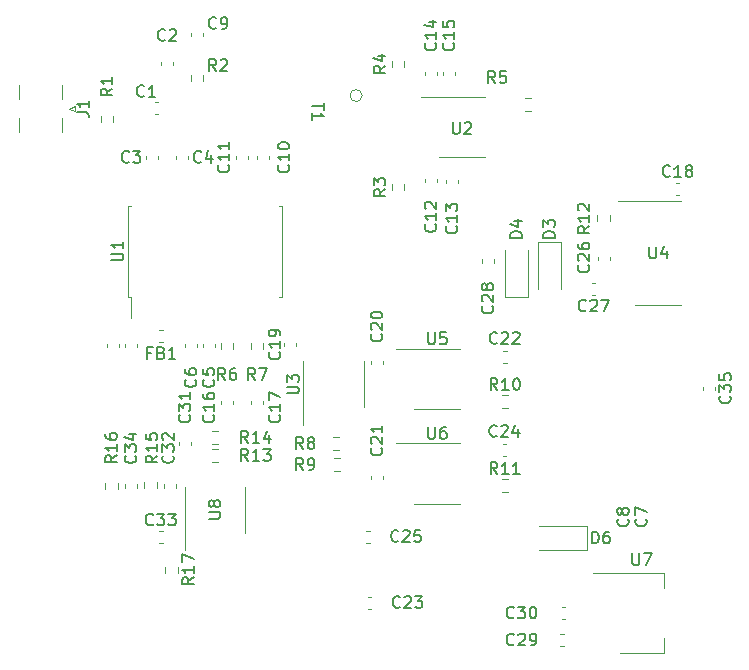
<source format=gbr>
%TF.GenerationSoftware,KiCad,Pcbnew,7.0.6-0*%
%TF.CreationDate,2023-12-30T17:27:14-06:00*%
%TF.ProjectId,IF_AND_DEMOD,49465f41-4e44-45f4-9445-4d4f442e6b69,rev?*%
%TF.SameCoordinates,Original*%
%TF.FileFunction,Legend,Top*%
%TF.FilePolarity,Positive*%
%FSLAX46Y46*%
G04 Gerber Fmt 4.6, Leading zero omitted, Abs format (unit mm)*
G04 Created by KiCad (PCBNEW 7.0.6-0) date 2023-12-30 17:27:14*
%MOMM*%
%LPD*%
G01*
G04 APERTURE LIST*
%ADD10C,0.150000*%
%ADD11C,0.120000*%
G04 APERTURE END LIST*
D10*
X111651642Y-154316580D02*
X111604023Y-154364200D01*
X111604023Y-154364200D02*
X111461166Y-154411819D01*
X111461166Y-154411819D02*
X111365928Y-154411819D01*
X111365928Y-154411819D02*
X111223071Y-154364200D01*
X111223071Y-154364200D02*
X111127833Y-154268961D01*
X111127833Y-154268961D02*
X111080214Y-154173723D01*
X111080214Y-154173723D02*
X111032595Y-153983247D01*
X111032595Y-153983247D02*
X111032595Y-153840390D01*
X111032595Y-153840390D02*
X111080214Y-153649914D01*
X111080214Y-153649914D02*
X111127833Y-153554676D01*
X111127833Y-153554676D02*
X111223071Y-153459438D01*
X111223071Y-153459438D02*
X111365928Y-153411819D01*
X111365928Y-153411819D02*
X111461166Y-153411819D01*
X111461166Y-153411819D02*
X111604023Y-153459438D01*
X111604023Y-153459438D02*
X111651642Y-153507057D01*
X112032595Y-153507057D02*
X112080214Y-153459438D01*
X112080214Y-153459438D02*
X112175452Y-153411819D01*
X112175452Y-153411819D02*
X112413547Y-153411819D01*
X112413547Y-153411819D02*
X112508785Y-153459438D01*
X112508785Y-153459438D02*
X112556404Y-153507057D01*
X112556404Y-153507057D02*
X112604023Y-153602295D01*
X112604023Y-153602295D02*
X112604023Y-153697533D01*
X112604023Y-153697533D02*
X112556404Y-153840390D01*
X112556404Y-153840390D02*
X111984976Y-154411819D01*
X111984976Y-154411819D02*
X112604023Y-154411819D01*
X112937357Y-153411819D02*
X113604023Y-153411819D01*
X113604023Y-153411819D02*
X113175452Y-154411819D01*
X87717333Y-167840819D02*
X87384000Y-167364628D01*
X87145905Y-167840819D02*
X87145905Y-166840819D01*
X87145905Y-166840819D02*
X87526857Y-166840819D01*
X87526857Y-166840819D02*
X87622095Y-166888438D01*
X87622095Y-166888438D02*
X87669714Y-166936057D01*
X87669714Y-166936057D02*
X87717333Y-167031295D01*
X87717333Y-167031295D02*
X87717333Y-167174152D01*
X87717333Y-167174152D02*
X87669714Y-167269390D01*
X87669714Y-167269390D02*
X87622095Y-167317009D01*
X87622095Y-167317009D02*
X87526857Y-167364628D01*
X87526857Y-167364628D02*
X87145905Y-167364628D01*
X88193524Y-167840819D02*
X88384000Y-167840819D01*
X88384000Y-167840819D02*
X88479238Y-167793200D01*
X88479238Y-167793200D02*
X88526857Y-167745580D01*
X88526857Y-167745580D02*
X88622095Y-167602723D01*
X88622095Y-167602723D02*
X88669714Y-167412247D01*
X88669714Y-167412247D02*
X88669714Y-167031295D01*
X88669714Y-167031295D02*
X88622095Y-166936057D01*
X88622095Y-166936057D02*
X88574476Y-166888438D01*
X88574476Y-166888438D02*
X88479238Y-166840819D01*
X88479238Y-166840819D02*
X88288762Y-166840819D01*
X88288762Y-166840819D02*
X88193524Y-166888438D01*
X88193524Y-166888438D02*
X88145905Y-166936057D01*
X88145905Y-166936057D02*
X88098286Y-167031295D01*
X88098286Y-167031295D02*
X88098286Y-167269390D01*
X88098286Y-167269390D02*
X88145905Y-167364628D01*
X88145905Y-167364628D02*
X88193524Y-167412247D01*
X88193524Y-167412247D02*
X88288762Y-167459866D01*
X88288762Y-167459866D02*
X88479238Y-167459866D01*
X88479238Y-167459866D02*
X88574476Y-167412247D01*
X88574476Y-167412247D02*
X88622095Y-167364628D01*
X88622095Y-167364628D02*
X88669714Y-167269390D01*
X71955819Y-166608357D02*
X71479628Y-166941690D01*
X71955819Y-167179785D02*
X70955819Y-167179785D01*
X70955819Y-167179785D02*
X70955819Y-166798833D01*
X70955819Y-166798833D02*
X71003438Y-166703595D01*
X71003438Y-166703595D02*
X71051057Y-166655976D01*
X71051057Y-166655976D02*
X71146295Y-166608357D01*
X71146295Y-166608357D02*
X71289152Y-166608357D01*
X71289152Y-166608357D02*
X71384390Y-166655976D01*
X71384390Y-166655976D02*
X71432009Y-166703595D01*
X71432009Y-166703595D02*
X71479628Y-166798833D01*
X71479628Y-166798833D02*
X71479628Y-167179785D01*
X71955819Y-165655976D02*
X71955819Y-166227404D01*
X71955819Y-165941690D02*
X70955819Y-165941690D01*
X70955819Y-165941690D02*
X71098676Y-166036928D01*
X71098676Y-166036928D02*
X71193914Y-166132166D01*
X71193914Y-166132166D02*
X71241533Y-166227404D01*
X70955819Y-164798833D02*
X70955819Y-164989309D01*
X70955819Y-164989309D02*
X71003438Y-165084547D01*
X71003438Y-165084547D02*
X71051057Y-165132166D01*
X71051057Y-165132166D02*
X71193914Y-165227404D01*
X71193914Y-165227404D02*
X71384390Y-165275023D01*
X71384390Y-165275023D02*
X71765342Y-165275023D01*
X71765342Y-165275023D02*
X71860580Y-165227404D01*
X71860580Y-165227404D02*
X71908200Y-165179785D01*
X71908200Y-165179785D02*
X71955819Y-165084547D01*
X71955819Y-165084547D02*
X71955819Y-164894071D01*
X71955819Y-164894071D02*
X71908200Y-164798833D01*
X71908200Y-164798833D02*
X71860580Y-164751214D01*
X71860580Y-164751214D02*
X71765342Y-164703595D01*
X71765342Y-164703595D02*
X71527247Y-164703595D01*
X71527247Y-164703595D02*
X71432009Y-164751214D01*
X71432009Y-164751214D02*
X71384390Y-164798833D01*
X71384390Y-164798833D02*
X71336771Y-164894071D01*
X71336771Y-164894071D02*
X71336771Y-165084547D01*
X71336771Y-165084547D02*
X71384390Y-165179785D01*
X71384390Y-165179785D02*
X71432009Y-165227404D01*
X71432009Y-165227404D02*
X71527247Y-165275023D01*
X106245819Y-148185094D02*
X105245819Y-148185094D01*
X105245819Y-148185094D02*
X105245819Y-147946999D01*
X105245819Y-147946999D02*
X105293438Y-147804142D01*
X105293438Y-147804142D02*
X105388676Y-147708904D01*
X105388676Y-147708904D02*
X105483914Y-147661285D01*
X105483914Y-147661285D02*
X105674390Y-147613666D01*
X105674390Y-147613666D02*
X105817247Y-147613666D01*
X105817247Y-147613666D02*
X106007723Y-147661285D01*
X106007723Y-147661285D02*
X106102961Y-147708904D01*
X106102961Y-147708904D02*
X106198200Y-147804142D01*
X106198200Y-147804142D02*
X106245819Y-147946999D01*
X106245819Y-147946999D02*
X106245819Y-148185094D01*
X105579152Y-146756523D02*
X106245819Y-146756523D01*
X105198200Y-146994618D02*
X105912485Y-147232713D01*
X105912485Y-147232713D02*
X105912485Y-146613666D01*
X105554142Y-182604580D02*
X105506523Y-182652200D01*
X105506523Y-182652200D02*
X105363666Y-182699819D01*
X105363666Y-182699819D02*
X105268428Y-182699819D01*
X105268428Y-182699819D02*
X105125571Y-182652200D01*
X105125571Y-182652200D02*
X105030333Y-182556961D01*
X105030333Y-182556961D02*
X104982714Y-182461723D01*
X104982714Y-182461723D02*
X104935095Y-182271247D01*
X104935095Y-182271247D02*
X104935095Y-182128390D01*
X104935095Y-182128390D02*
X104982714Y-181937914D01*
X104982714Y-181937914D02*
X105030333Y-181842676D01*
X105030333Y-181842676D02*
X105125571Y-181747438D01*
X105125571Y-181747438D02*
X105268428Y-181699819D01*
X105268428Y-181699819D02*
X105363666Y-181699819D01*
X105363666Y-181699819D02*
X105506523Y-181747438D01*
X105506523Y-181747438D02*
X105554142Y-181795057D01*
X105935095Y-181795057D02*
X105982714Y-181747438D01*
X105982714Y-181747438D02*
X106077952Y-181699819D01*
X106077952Y-181699819D02*
X106316047Y-181699819D01*
X106316047Y-181699819D02*
X106411285Y-181747438D01*
X106411285Y-181747438D02*
X106458904Y-181795057D01*
X106458904Y-181795057D02*
X106506523Y-181890295D01*
X106506523Y-181890295D02*
X106506523Y-181985533D01*
X106506523Y-181985533D02*
X106458904Y-182128390D01*
X106458904Y-182128390D02*
X105887476Y-182699819D01*
X105887476Y-182699819D02*
X106506523Y-182699819D01*
X106982714Y-182699819D02*
X107173190Y-182699819D01*
X107173190Y-182699819D02*
X107268428Y-182652200D01*
X107268428Y-182652200D02*
X107316047Y-182604580D01*
X107316047Y-182604580D02*
X107411285Y-182461723D01*
X107411285Y-182461723D02*
X107458904Y-182271247D01*
X107458904Y-182271247D02*
X107458904Y-181890295D01*
X107458904Y-181890295D02*
X107411285Y-181795057D01*
X107411285Y-181795057D02*
X107363666Y-181747438D01*
X107363666Y-181747438D02*
X107268428Y-181699819D01*
X107268428Y-181699819D02*
X107077952Y-181699819D01*
X107077952Y-181699819D02*
X106982714Y-181747438D01*
X106982714Y-181747438D02*
X106935095Y-181795057D01*
X106935095Y-181795057D02*
X106887476Y-181890295D01*
X106887476Y-181890295D02*
X106887476Y-182128390D01*
X106887476Y-182128390D02*
X106935095Y-182223628D01*
X106935095Y-182223628D02*
X106982714Y-182271247D01*
X106982714Y-182271247D02*
X107077952Y-182318866D01*
X107077952Y-182318866D02*
X107268428Y-182318866D01*
X107268428Y-182318866D02*
X107363666Y-182271247D01*
X107363666Y-182271247D02*
X107411285Y-182223628D01*
X107411285Y-182223628D02*
X107458904Y-182128390D01*
X83050142Y-167078819D02*
X82716809Y-166602628D01*
X82478714Y-167078819D02*
X82478714Y-166078819D01*
X82478714Y-166078819D02*
X82859666Y-166078819D01*
X82859666Y-166078819D02*
X82954904Y-166126438D01*
X82954904Y-166126438D02*
X83002523Y-166174057D01*
X83002523Y-166174057D02*
X83050142Y-166269295D01*
X83050142Y-166269295D02*
X83050142Y-166412152D01*
X83050142Y-166412152D02*
X83002523Y-166507390D01*
X83002523Y-166507390D02*
X82954904Y-166555009D01*
X82954904Y-166555009D02*
X82859666Y-166602628D01*
X82859666Y-166602628D02*
X82478714Y-166602628D01*
X84002523Y-167078819D02*
X83431095Y-167078819D01*
X83716809Y-167078819D02*
X83716809Y-166078819D01*
X83716809Y-166078819D02*
X83621571Y-166221676D01*
X83621571Y-166221676D02*
X83526333Y-166316914D01*
X83526333Y-166316914D02*
X83431095Y-166364533D01*
X84335857Y-166078819D02*
X84954904Y-166078819D01*
X84954904Y-166078819D02*
X84621571Y-166459771D01*
X84621571Y-166459771D02*
X84764428Y-166459771D01*
X84764428Y-166459771D02*
X84859666Y-166507390D01*
X84859666Y-166507390D02*
X84907285Y-166555009D01*
X84907285Y-166555009D02*
X84954904Y-166650247D01*
X84954904Y-166650247D02*
X84954904Y-166888342D01*
X84954904Y-166888342D02*
X84907285Y-166983580D01*
X84907285Y-166983580D02*
X84859666Y-167031200D01*
X84859666Y-167031200D02*
X84764428Y-167078819D01*
X84764428Y-167078819D02*
X84478714Y-167078819D01*
X84478714Y-167078819D02*
X84383476Y-167031200D01*
X84383476Y-167031200D02*
X84335857Y-166983580D01*
X111865580Y-150502857D02*
X111913200Y-150550476D01*
X111913200Y-150550476D02*
X111960819Y-150693333D01*
X111960819Y-150693333D02*
X111960819Y-150788571D01*
X111960819Y-150788571D02*
X111913200Y-150931428D01*
X111913200Y-150931428D02*
X111817961Y-151026666D01*
X111817961Y-151026666D02*
X111722723Y-151074285D01*
X111722723Y-151074285D02*
X111532247Y-151121904D01*
X111532247Y-151121904D02*
X111389390Y-151121904D01*
X111389390Y-151121904D02*
X111198914Y-151074285D01*
X111198914Y-151074285D02*
X111103676Y-151026666D01*
X111103676Y-151026666D02*
X111008438Y-150931428D01*
X111008438Y-150931428D02*
X110960819Y-150788571D01*
X110960819Y-150788571D02*
X110960819Y-150693333D01*
X110960819Y-150693333D02*
X111008438Y-150550476D01*
X111008438Y-150550476D02*
X111056057Y-150502857D01*
X111056057Y-150121904D02*
X111008438Y-150074285D01*
X111008438Y-150074285D02*
X110960819Y-149979047D01*
X110960819Y-149979047D02*
X110960819Y-149740952D01*
X110960819Y-149740952D02*
X111008438Y-149645714D01*
X111008438Y-149645714D02*
X111056057Y-149598095D01*
X111056057Y-149598095D02*
X111151295Y-149550476D01*
X111151295Y-149550476D02*
X111246533Y-149550476D01*
X111246533Y-149550476D02*
X111389390Y-149598095D01*
X111389390Y-149598095D02*
X111960819Y-150169523D01*
X111960819Y-150169523D02*
X111960819Y-149550476D01*
X110960819Y-148693333D02*
X110960819Y-148883809D01*
X110960819Y-148883809D02*
X111008438Y-148979047D01*
X111008438Y-148979047D02*
X111056057Y-149026666D01*
X111056057Y-149026666D02*
X111198914Y-149121904D01*
X111198914Y-149121904D02*
X111389390Y-149169523D01*
X111389390Y-149169523D02*
X111770342Y-149169523D01*
X111770342Y-149169523D02*
X111865580Y-149121904D01*
X111865580Y-149121904D02*
X111913200Y-149074285D01*
X111913200Y-149074285D02*
X111960819Y-148979047D01*
X111960819Y-148979047D02*
X111960819Y-148788571D01*
X111960819Y-148788571D02*
X111913200Y-148693333D01*
X111913200Y-148693333D02*
X111865580Y-148645714D01*
X111865580Y-148645714D02*
X111770342Y-148598095D01*
X111770342Y-148598095D02*
X111532247Y-148598095D01*
X111532247Y-148598095D02*
X111437009Y-148645714D01*
X111437009Y-148645714D02*
X111389390Y-148693333D01*
X111389390Y-148693333D02*
X111341771Y-148788571D01*
X111341771Y-148788571D02*
X111341771Y-148979047D01*
X111341771Y-148979047D02*
X111389390Y-149074285D01*
X111389390Y-149074285D02*
X111437009Y-149121904D01*
X111437009Y-149121904D02*
X111532247Y-149169523D01*
X94688819Y-133620166D02*
X94212628Y-133953499D01*
X94688819Y-134191594D02*
X93688819Y-134191594D01*
X93688819Y-134191594D02*
X93688819Y-133810642D01*
X93688819Y-133810642D02*
X93736438Y-133715404D01*
X93736438Y-133715404D02*
X93784057Y-133667785D01*
X93784057Y-133667785D02*
X93879295Y-133620166D01*
X93879295Y-133620166D02*
X94022152Y-133620166D01*
X94022152Y-133620166D02*
X94117390Y-133667785D01*
X94117390Y-133667785D02*
X94165009Y-133715404D01*
X94165009Y-133715404D02*
X94212628Y-133810642D01*
X94212628Y-133810642D02*
X94212628Y-134191594D01*
X94022152Y-132763023D02*
X94688819Y-132763023D01*
X93641200Y-133001118D02*
X94355485Y-133239213D01*
X94355485Y-133239213D02*
X94355485Y-132620166D01*
X94339580Y-165996857D02*
X94387200Y-166044476D01*
X94387200Y-166044476D02*
X94434819Y-166187333D01*
X94434819Y-166187333D02*
X94434819Y-166282571D01*
X94434819Y-166282571D02*
X94387200Y-166425428D01*
X94387200Y-166425428D02*
X94291961Y-166520666D01*
X94291961Y-166520666D02*
X94196723Y-166568285D01*
X94196723Y-166568285D02*
X94006247Y-166615904D01*
X94006247Y-166615904D02*
X93863390Y-166615904D01*
X93863390Y-166615904D02*
X93672914Y-166568285D01*
X93672914Y-166568285D02*
X93577676Y-166520666D01*
X93577676Y-166520666D02*
X93482438Y-166425428D01*
X93482438Y-166425428D02*
X93434819Y-166282571D01*
X93434819Y-166282571D02*
X93434819Y-166187333D01*
X93434819Y-166187333D02*
X93482438Y-166044476D01*
X93482438Y-166044476D02*
X93530057Y-165996857D01*
X93530057Y-165615904D02*
X93482438Y-165568285D01*
X93482438Y-165568285D02*
X93434819Y-165473047D01*
X93434819Y-165473047D02*
X93434819Y-165234952D01*
X93434819Y-165234952D02*
X93482438Y-165139714D01*
X93482438Y-165139714D02*
X93530057Y-165092095D01*
X93530057Y-165092095D02*
X93625295Y-165044476D01*
X93625295Y-165044476D02*
X93720533Y-165044476D01*
X93720533Y-165044476D02*
X93863390Y-165092095D01*
X93863390Y-165092095D02*
X94434819Y-165663523D01*
X94434819Y-165663523D02*
X94434819Y-165044476D01*
X94434819Y-164092095D02*
X94434819Y-164663523D01*
X94434819Y-164377809D02*
X93434819Y-164377809D01*
X93434819Y-164377809D02*
X93577676Y-164473047D01*
X93577676Y-164473047D02*
X93672914Y-164568285D01*
X93672914Y-164568285D02*
X93720533Y-164663523D01*
X98298095Y-156201819D02*
X98298095Y-157011342D01*
X98298095Y-157011342D02*
X98345714Y-157106580D01*
X98345714Y-157106580D02*
X98393333Y-157154200D01*
X98393333Y-157154200D02*
X98488571Y-157201819D01*
X98488571Y-157201819D02*
X98679047Y-157201819D01*
X98679047Y-157201819D02*
X98774285Y-157154200D01*
X98774285Y-157154200D02*
X98821904Y-157106580D01*
X98821904Y-157106580D02*
X98869523Y-157011342D01*
X98869523Y-157011342D02*
X98869523Y-156201819D01*
X99821904Y-156201819D02*
X99345714Y-156201819D01*
X99345714Y-156201819D02*
X99298095Y-156678009D01*
X99298095Y-156678009D02*
X99345714Y-156630390D01*
X99345714Y-156630390D02*
X99440952Y-156582771D01*
X99440952Y-156582771D02*
X99679047Y-156582771D01*
X99679047Y-156582771D02*
X99774285Y-156630390D01*
X99774285Y-156630390D02*
X99821904Y-156678009D01*
X99821904Y-156678009D02*
X99869523Y-156773247D01*
X99869523Y-156773247D02*
X99869523Y-157011342D01*
X99869523Y-157011342D02*
X99821904Y-157106580D01*
X99821904Y-157106580D02*
X99774285Y-157154200D01*
X99774285Y-157154200D02*
X99679047Y-157201819D01*
X99679047Y-157201819D02*
X99440952Y-157201819D01*
X99440952Y-157201819D02*
X99345714Y-157154200D01*
X99345714Y-157154200D02*
X99298095Y-157106580D01*
X103737580Y-153958357D02*
X103785200Y-154005976D01*
X103785200Y-154005976D02*
X103832819Y-154148833D01*
X103832819Y-154148833D02*
X103832819Y-154244071D01*
X103832819Y-154244071D02*
X103785200Y-154386928D01*
X103785200Y-154386928D02*
X103689961Y-154482166D01*
X103689961Y-154482166D02*
X103594723Y-154529785D01*
X103594723Y-154529785D02*
X103404247Y-154577404D01*
X103404247Y-154577404D02*
X103261390Y-154577404D01*
X103261390Y-154577404D02*
X103070914Y-154529785D01*
X103070914Y-154529785D02*
X102975676Y-154482166D01*
X102975676Y-154482166D02*
X102880438Y-154386928D01*
X102880438Y-154386928D02*
X102832819Y-154244071D01*
X102832819Y-154244071D02*
X102832819Y-154148833D01*
X102832819Y-154148833D02*
X102880438Y-154005976D01*
X102880438Y-154005976D02*
X102928057Y-153958357D01*
X102928057Y-153577404D02*
X102880438Y-153529785D01*
X102880438Y-153529785D02*
X102832819Y-153434547D01*
X102832819Y-153434547D02*
X102832819Y-153196452D01*
X102832819Y-153196452D02*
X102880438Y-153101214D01*
X102880438Y-153101214D02*
X102928057Y-153053595D01*
X102928057Y-153053595D02*
X103023295Y-153005976D01*
X103023295Y-153005976D02*
X103118533Y-153005976D01*
X103118533Y-153005976D02*
X103261390Y-153053595D01*
X103261390Y-153053595D02*
X103832819Y-153625023D01*
X103832819Y-153625023D02*
X103832819Y-153005976D01*
X103261390Y-152434547D02*
X103213771Y-152529785D01*
X103213771Y-152529785D02*
X103166152Y-152577404D01*
X103166152Y-152577404D02*
X103070914Y-152625023D01*
X103070914Y-152625023D02*
X103023295Y-152625023D01*
X103023295Y-152625023D02*
X102928057Y-152577404D01*
X102928057Y-152577404D02*
X102880438Y-152529785D01*
X102880438Y-152529785D02*
X102832819Y-152434547D01*
X102832819Y-152434547D02*
X102832819Y-152244071D01*
X102832819Y-152244071D02*
X102880438Y-152148833D01*
X102880438Y-152148833D02*
X102928057Y-152101214D01*
X102928057Y-152101214D02*
X103023295Y-152053595D01*
X103023295Y-152053595D02*
X103070914Y-152053595D01*
X103070914Y-152053595D02*
X103166152Y-152101214D01*
X103166152Y-152101214D02*
X103213771Y-152148833D01*
X103213771Y-152148833D02*
X103261390Y-152244071D01*
X103261390Y-152244071D02*
X103261390Y-152434547D01*
X103261390Y-152434547D02*
X103309009Y-152529785D01*
X103309009Y-152529785D02*
X103356628Y-152577404D01*
X103356628Y-152577404D02*
X103451866Y-152625023D01*
X103451866Y-152625023D02*
X103642342Y-152625023D01*
X103642342Y-152625023D02*
X103737580Y-152577404D01*
X103737580Y-152577404D02*
X103785200Y-152529785D01*
X103785200Y-152529785D02*
X103832819Y-152434547D01*
X103832819Y-152434547D02*
X103832819Y-152244071D01*
X103832819Y-152244071D02*
X103785200Y-152148833D01*
X103785200Y-152148833D02*
X103737580Y-152101214D01*
X103737580Y-152101214D02*
X103642342Y-152053595D01*
X103642342Y-152053595D02*
X103451866Y-152053595D01*
X103451866Y-152053595D02*
X103356628Y-152101214D01*
X103356628Y-152101214D02*
X103309009Y-152148833D01*
X103309009Y-152148833D02*
X103261390Y-152244071D01*
X100435580Y-131706857D02*
X100483200Y-131754476D01*
X100483200Y-131754476D02*
X100530819Y-131897333D01*
X100530819Y-131897333D02*
X100530819Y-131992571D01*
X100530819Y-131992571D02*
X100483200Y-132135428D01*
X100483200Y-132135428D02*
X100387961Y-132230666D01*
X100387961Y-132230666D02*
X100292723Y-132278285D01*
X100292723Y-132278285D02*
X100102247Y-132325904D01*
X100102247Y-132325904D02*
X99959390Y-132325904D01*
X99959390Y-132325904D02*
X99768914Y-132278285D01*
X99768914Y-132278285D02*
X99673676Y-132230666D01*
X99673676Y-132230666D02*
X99578438Y-132135428D01*
X99578438Y-132135428D02*
X99530819Y-131992571D01*
X99530819Y-131992571D02*
X99530819Y-131897333D01*
X99530819Y-131897333D02*
X99578438Y-131754476D01*
X99578438Y-131754476D02*
X99626057Y-131706857D01*
X100530819Y-130754476D02*
X100530819Y-131325904D01*
X100530819Y-131040190D02*
X99530819Y-131040190D01*
X99530819Y-131040190D02*
X99673676Y-131135428D01*
X99673676Y-131135428D02*
X99768914Y-131230666D01*
X99768914Y-131230666D02*
X99816533Y-131325904D01*
X99530819Y-129849714D02*
X99530819Y-130325904D01*
X99530819Y-130325904D02*
X100007009Y-130373523D01*
X100007009Y-130373523D02*
X99959390Y-130325904D01*
X99959390Y-130325904D02*
X99911771Y-130230666D01*
X99911771Y-130230666D02*
X99911771Y-129992571D01*
X99911771Y-129992571D02*
X99959390Y-129897333D01*
X99959390Y-129897333D02*
X100007009Y-129849714D01*
X100007009Y-129849714D02*
X100102247Y-129802095D01*
X100102247Y-129802095D02*
X100340342Y-129802095D01*
X100340342Y-129802095D02*
X100435580Y-129849714D01*
X100435580Y-129849714D02*
X100483200Y-129897333D01*
X100483200Y-129897333D02*
X100530819Y-129992571D01*
X100530819Y-129992571D02*
X100530819Y-130230666D01*
X100530819Y-130230666D02*
X100483200Y-130325904D01*
X100483200Y-130325904D02*
X100435580Y-130373523D01*
X104105642Y-164951580D02*
X104058023Y-164999200D01*
X104058023Y-164999200D02*
X103915166Y-165046819D01*
X103915166Y-165046819D02*
X103819928Y-165046819D01*
X103819928Y-165046819D02*
X103677071Y-164999200D01*
X103677071Y-164999200D02*
X103581833Y-164903961D01*
X103581833Y-164903961D02*
X103534214Y-164808723D01*
X103534214Y-164808723D02*
X103486595Y-164618247D01*
X103486595Y-164618247D02*
X103486595Y-164475390D01*
X103486595Y-164475390D02*
X103534214Y-164284914D01*
X103534214Y-164284914D02*
X103581833Y-164189676D01*
X103581833Y-164189676D02*
X103677071Y-164094438D01*
X103677071Y-164094438D02*
X103819928Y-164046819D01*
X103819928Y-164046819D02*
X103915166Y-164046819D01*
X103915166Y-164046819D02*
X104058023Y-164094438D01*
X104058023Y-164094438D02*
X104105642Y-164142057D01*
X104486595Y-164142057D02*
X104534214Y-164094438D01*
X104534214Y-164094438D02*
X104629452Y-164046819D01*
X104629452Y-164046819D02*
X104867547Y-164046819D01*
X104867547Y-164046819D02*
X104962785Y-164094438D01*
X104962785Y-164094438D02*
X105010404Y-164142057D01*
X105010404Y-164142057D02*
X105058023Y-164237295D01*
X105058023Y-164237295D02*
X105058023Y-164332533D01*
X105058023Y-164332533D02*
X105010404Y-164475390D01*
X105010404Y-164475390D02*
X104438976Y-165046819D01*
X104438976Y-165046819D02*
X105058023Y-165046819D01*
X105915166Y-164380152D02*
X105915166Y-165046819D01*
X105677071Y-163999200D02*
X105438976Y-164713485D01*
X105438976Y-164713485D02*
X106058023Y-164713485D01*
X83653333Y-160220819D02*
X83320000Y-159744628D01*
X83081905Y-160220819D02*
X83081905Y-159220819D01*
X83081905Y-159220819D02*
X83462857Y-159220819D01*
X83462857Y-159220819D02*
X83558095Y-159268438D01*
X83558095Y-159268438D02*
X83605714Y-159316057D01*
X83605714Y-159316057D02*
X83653333Y-159411295D01*
X83653333Y-159411295D02*
X83653333Y-159554152D01*
X83653333Y-159554152D02*
X83605714Y-159649390D01*
X83605714Y-159649390D02*
X83558095Y-159697009D01*
X83558095Y-159697009D02*
X83462857Y-159744628D01*
X83462857Y-159744628D02*
X83081905Y-159744628D01*
X83986667Y-159220819D02*
X84653333Y-159220819D01*
X84653333Y-159220819D02*
X84224762Y-160220819D01*
X78591580Y-160186666D02*
X78639200Y-160234285D01*
X78639200Y-160234285D02*
X78686819Y-160377142D01*
X78686819Y-160377142D02*
X78686819Y-160472380D01*
X78686819Y-160472380D02*
X78639200Y-160615237D01*
X78639200Y-160615237D02*
X78543961Y-160710475D01*
X78543961Y-160710475D02*
X78448723Y-160758094D01*
X78448723Y-160758094D02*
X78258247Y-160805713D01*
X78258247Y-160805713D02*
X78115390Y-160805713D01*
X78115390Y-160805713D02*
X77924914Y-160758094D01*
X77924914Y-160758094D02*
X77829676Y-160710475D01*
X77829676Y-160710475D02*
X77734438Y-160615237D01*
X77734438Y-160615237D02*
X77686819Y-160472380D01*
X77686819Y-160472380D02*
X77686819Y-160377142D01*
X77686819Y-160377142D02*
X77734438Y-160234285D01*
X77734438Y-160234285D02*
X77782057Y-160186666D01*
X77686819Y-159329523D02*
X77686819Y-159519999D01*
X77686819Y-159519999D02*
X77734438Y-159615237D01*
X77734438Y-159615237D02*
X77782057Y-159662856D01*
X77782057Y-159662856D02*
X77924914Y-159758094D01*
X77924914Y-159758094D02*
X78115390Y-159805713D01*
X78115390Y-159805713D02*
X78496342Y-159805713D01*
X78496342Y-159805713D02*
X78591580Y-159758094D01*
X78591580Y-159758094D02*
X78639200Y-159710475D01*
X78639200Y-159710475D02*
X78686819Y-159615237D01*
X78686819Y-159615237D02*
X78686819Y-159424761D01*
X78686819Y-159424761D02*
X78639200Y-159329523D01*
X78639200Y-159329523D02*
X78591580Y-159281904D01*
X78591580Y-159281904D02*
X78496342Y-159234285D01*
X78496342Y-159234285D02*
X78258247Y-159234285D01*
X78258247Y-159234285D02*
X78163009Y-159281904D01*
X78163009Y-159281904D02*
X78115390Y-159329523D01*
X78115390Y-159329523D02*
X78067771Y-159424761D01*
X78067771Y-159424761D02*
X78067771Y-159615237D01*
X78067771Y-159615237D02*
X78115390Y-159710475D01*
X78115390Y-159710475D02*
X78163009Y-159758094D01*
X78163009Y-159758094D02*
X78258247Y-159805713D01*
X87717333Y-166062819D02*
X87384000Y-165586628D01*
X87145905Y-166062819D02*
X87145905Y-165062819D01*
X87145905Y-165062819D02*
X87526857Y-165062819D01*
X87526857Y-165062819D02*
X87622095Y-165110438D01*
X87622095Y-165110438D02*
X87669714Y-165158057D01*
X87669714Y-165158057D02*
X87717333Y-165253295D01*
X87717333Y-165253295D02*
X87717333Y-165396152D01*
X87717333Y-165396152D02*
X87669714Y-165491390D01*
X87669714Y-165491390D02*
X87622095Y-165539009D01*
X87622095Y-165539009D02*
X87526857Y-165586628D01*
X87526857Y-165586628D02*
X87145905Y-165586628D01*
X88288762Y-165491390D02*
X88193524Y-165443771D01*
X88193524Y-165443771D02*
X88145905Y-165396152D01*
X88145905Y-165396152D02*
X88098286Y-165300914D01*
X88098286Y-165300914D02*
X88098286Y-165253295D01*
X88098286Y-165253295D02*
X88145905Y-165158057D01*
X88145905Y-165158057D02*
X88193524Y-165110438D01*
X88193524Y-165110438D02*
X88288762Y-165062819D01*
X88288762Y-165062819D02*
X88479238Y-165062819D01*
X88479238Y-165062819D02*
X88574476Y-165110438D01*
X88574476Y-165110438D02*
X88622095Y-165158057D01*
X88622095Y-165158057D02*
X88669714Y-165253295D01*
X88669714Y-165253295D02*
X88669714Y-165300914D01*
X88669714Y-165300914D02*
X88622095Y-165396152D01*
X88622095Y-165396152D02*
X88574476Y-165443771D01*
X88574476Y-165443771D02*
X88479238Y-165491390D01*
X88479238Y-165491390D02*
X88288762Y-165491390D01*
X88288762Y-165491390D02*
X88193524Y-165539009D01*
X88193524Y-165539009D02*
X88145905Y-165586628D01*
X88145905Y-165586628D02*
X88098286Y-165681866D01*
X88098286Y-165681866D02*
X88098286Y-165872342D01*
X88098286Y-165872342D02*
X88145905Y-165967580D01*
X88145905Y-165967580D02*
X88193524Y-166015200D01*
X88193524Y-166015200D02*
X88288762Y-166062819D01*
X88288762Y-166062819D02*
X88479238Y-166062819D01*
X88479238Y-166062819D02*
X88574476Y-166015200D01*
X88574476Y-166015200D02*
X88622095Y-165967580D01*
X88622095Y-165967580D02*
X88669714Y-165872342D01*
X88669714Y-165872342D02*
X88669714Y-165681866D01*
X88669714Y-165681866D02*
X88622095Y-165586628D01*
X88622095Y-165586628D02*
X88574476Y-165539009D01*
X88574476Y-165539009D02*
X88479238Y-165491390D01*
X80115580Y-160186666D02*
X80163200Y-160234285D01*
X80163200Y-160234285D02*
X80210819Y-160377142D01*
X80210819Y-160377142D02*
X80210819Y-160472380D01*
X80210819Y-160472380D02*
X80163200Y-160615237D01*
X80163200Y-160615237D02*
X80067961Y-160710475D01*
X80067961Y-160710475D02*
X79972723Y-160758094D01*
X79972723Y-160758094D02*
X79782247Y-160805713D01*
X79782247Y-160805713D02*
X79639390Y-160805713D01*
X79639390Y-160805713D02*
X79448914Y-160758094D01*
X79448914Y-160758094D02*
X79353676Y-160710475D01*
X79353676Y-160710475D02*
X79258438Y-160615237D01*
X79258438Y-160615237D02*
X79210819Y-160472380D01*
X79210819Y-160472380D02*
X79210819Y-160377142D01*
X79210819Y-160377142D02*
X79258438Y-160234285D01*
X79258438Y-160234285D02*
X79306057Y-160186666D01*
X79210819Y-159281904D02*
X79210819Y-159758094D01*
X79210819Y-159758094D02*
X79687009Y-159805713D01*
X79687009Y-159805713D02*
X79639390Y-159758094D01*
X79639390Y-159758094D02*
X79591771Y-159662856D01*
X79591771Y-159662856D02*
X79591771Y-159424761D01*
X79591771Y-159424761D02*
X79639390Y-159329523D01*
X79639390Y-159329523D02*
X79687009Y-159281904D01*
X79687009Y-159281904D02*
X79782247Y-159234285D01*
X79782247Y-159234285D02*
X80020342Y-159234285D01*
X80020342Y-159234285D02*
X80115580Y-159281904D01*
X80115580Y-159281904D02*
X80163200Y-159329523D01*
X80163200Y-159329523D02*
X80210819Y-159424761D01*
X80210819Y-159424761D02*
X80210819Y-159662856D01*
X80210819Y-159662856D02*
X80163200Y-159758094D01*
X80163200Y-159758094D02*
X80115580Y-159805713D01*
X94339580Y-156344857D02*
X94387200Y-156392476D01*
X94387200Y-156392476D02*
X94434819Y-156535333D01*
X94434819Y-156535333D02*
X94434819Y-156630571D01*
X94434819Y-156630571D02*
X94387200Y-156773428D01*
X94387200Y-156773428D02*
X94291961Y-156868666D01*
X94291961Y-156868666D02*
X94196723Y-156916285D01*
X94196723Y-156916285D02*
X94006247Y-156963904D01*
X94006247Y-156963904D02*
X93863390Y-156963904D01*
X93863390Y-156963904D02*
X93672914Y-156916285D01*
X93672914Y-156916285D02*
X93577676Y-156868666D01*
X93577676Y-156868666D02*
X93482438Y-156773428D01*
X93482438Y-156773428D02*
X93434819Y-156630571D01*
X93434819Y-156630571D02*
X93434819Y-156535333D01*
X93434819Y-156535333D02*
X93482438Y-156392476D01*
X93482438Y-156392476D02*
X93530057Y-156344857D01*
X93530057Y-155963904D02*
X93482438Y-155916285D01*
X93482438Y-155916285D02*
X93434819Y-155821047D01*
X93434819Y-155821047D02*
X93434819Y-155582952D01*
X93434819Y-155582952D02*
X93482438Y-155487714D01*
X93482438Y-155487714D02*
X93530057Y-155440095D01*
X93530057Y-155440095D02*
X93625295Y-155392476D01*
X93625295Y-155392476D02*
X93720533Y-155392476D01*
X93720533Y-155392476D02*
X93863390Y-155440095D01*
X93863390Y-155440095D02*
X94434819Y-156011523D01*
X94434819Y-156011523D02*
X94434819Y-155392476D01*
X93434819Y-154773428D02*
X93434819Y-154678190D01*
X93434819Y-154678190D02*
X93482438Y-154582952D01*
X93482438Y-154582952D02*
X93530057Y-154535333D01*
X93530057Y-154535333D02*
X93625295Y-154487714D01*
X93625295Y-154487714D02*
X93815771Y-154440095D01*
X93815771Y-154440095D02*
X94053866Y-154440095D01*
X94053866Y-154440095D02*
X94244342Y-154487714D01*
X94244342Y-154487714D02*
X94339580Y-154535333D01*
X94339580Y-154535333D02*
X94387200Y-154582952D01*
X94387200Y-154582952D02*
X94434819Y-154678190D01*
X94434819Y-154678190D02*
X94434819Y-154773428D01*
X94434819Y-154773428D02*
X94387200Y-154868666D01*
X94387200Y-154868666D02*
X94339580Y-154916285D01*
X94339580Y-154916285D02*
X94244342Y-154963904D01*
X94244342Y-154963904D02*
X94053866Y-155011523D01*
X94053866Y-155011523D02*
X93815771Y-155011523D01*
X93815771Y-155011523D02*
X93625295Y-154963904D01*
X93625295Y-154963904D02*
X93530057Y-154916285D01*
X93530057Y-154916285D02*
X93482438Y-154868666D01*
X93482438Y-154868666D02*
X93434819Y-154773428D01*
X76686580Y-166631857D02*
X76734200Y-166679476D01*
X76734200Y-166679476D02*
X76781819Y-166822333D01*
X76781819Y-166822333D02*
X76781819Y-166917571D01*
X76781819Y-166917571D02*
X76734200Y-167060428D01*
X76734200Y-167060428D02*
X76638961Y-167155666D01*
X76638961Y-167155666D02*
X76543723Y-167203285D01*
X76543723Y-167203285D02*
X76353247Y-167250904D01*
X76353247Y-167250904D02*
X76210390Y-167250904D01*
X76210390Y-167250904D02*
X76019914Y-167203285D01*
X76019914Y-167203285D02*
X75924676Y-167155666D01*
X75924676Y-167155666D02*
X75829438Y-167060428D01*
X75829438Y-167060428D02*
X75781819Y-166917571D01*
X75781819Y-166917571D02*
X75781819Y-166822333D01*
X75781819Y-166822333D02*
X75829438Y-166679476D01*
X75829438Y-166679476D02*
X75877057Y-166631857D01*
X75781819Y-166298523D02*
X75781819Y-165679476D01*
X75781819Y-165679476D02*
X76162771Y-166012809D01*
X76162771Y-166012809D02*
X76162771Y-165869952D01*
X76162771Y-165869952D02*
X76210390Y-165774714D01*
X76210390Y-165774714D02*
X76258009Y-165727095D01*
X76258009Y-165727095D02*
X76353247Y-165679476D01*
X76353247Y-165679476D02*
X76591342Y-165679476D01*
X76591342Y-165679476D02*
X76686580Y-165727095D01*
X76686580Y-165727095D02*
X76734200Y-165774714D01*
X76734200Y-165774714D02*
X76781819Y-165869952D01*
X76781819Y-165869952D02*
X76781819Y-166155666D01*
X76781819Y-166155666D02*
X76734200Y-166250904D01*
X76734200Y-166250904D02*
X76686580Y-166298523D01*
X75877057Y-165298523D02*
X75829438Y-165250904D01*
X75829438Y-165250904D02*
X75781819Y-165155666D01*
X75781819Y-165155666D02*
X75781819Y-164917571D01*
X75781819Y-164917571D02*
X75829438Y-164822333D01*
X75829438Y-164822333D02*
X75877057Y-164774714D01*
X75877057Y-164774714D02*
X75972295Y-164727095D01*
X75972295Y-164727095D02*
X76067533Y-164727095D01*
X76067533Y-164727095D02*
X76210390Y-164774714D01*
X76210390Y-164774714D02*
X76781819Y-165346142D01*
X76781819Y-165346142D02*
X76781819Y-164727095D01*
X115192580Y-171997666D02*
X115240200Y-172045285D01*
X115240200Y-172045285D02*
X115287819Y-172188142D01*
X115287819Y-172188142D02*
X115287819Y-172283380D01*
X115287819Y-172283380D02*
X115240200Y-172426237D01*
X115240200Y-172426237D02*
X115144961Y-172521475D01*
X115144961Y-172521475D02*
X115049723Y-172569094D01*
X115049723Y-172569094D02*
X114859247Y-172616713D01*
X114859247Y-172616713D02*
X114716390Y-172616713D01*
X114716390Y-172616713D02*
X114525914Y-172569094D01*
X114525914Y-172569094D02*
X114430676Y-172521475D01*
X114430676Y-172521475D02*
X114335438Y-172426237D01*
X114335438Y-172426237D02*
X114287819Y-172283380D01*
X114287819Y-172283380D02*
X114287819Y-172188142D01*
X114287819Y-172188142D02*
X114335438Y-172045285D01*
X114335438Y-172045285D02*
X114383057Y-171997666D01*
X114716390Y-171426237D02*
X114668771Y-171521475D01*
X114668771Y-171521475D02*
X114621152Y-171569094D01*
X114621152Y-171569094D02*
X114525914Y-171616713D01*
X114525914Y-171616713D02*
X114478295Y-171616713D01*
X114478295Y-171616713D02*
X114383057Y-171569094D01*
X114383057Y-171569094D02*
X114335438Y-171521475D01*
X114335438Y-171521475D02*
X114287819Y-171426237D01*
X114287819Y-171426237D02*
X114287819Y-171235761D01*
X114287819Y-171235761D02*
X114335438Y-171140523D01*
X114335438Y-171140523D02*
X114383057Y-171092904D01*
X114383057Y-171092904D02*
X114478295Y-171045285D01*
X114478295Y-171045285D02*
X114525914Y-171045285D01*
X114525914Y-171045285D02*
X114621152Y-171092904D01*
X114621152Y-171092904D02*
X114668771Y-171140523D01*
X114668771Y-171140523D02*
X114716390Y-171235761D01*
X114716390Y-171235761D02*
X114716390Y-171426237D01*
X114716390Y-171426237D02*
X114764009Y-171521475D01*
X114764009Y-171521475D02*
X114811628Y-171569094D01*
X114811628Y-171569094D02*
X114906866Y-171616713D01*
X114906866Y-171616713D02*
X115097342Y-171616713D01*
X115097342Y-171616713D02*
X115192580Y-171569094D01*
X115192580Y-171569094D02*
X115240200Y-171521475D01*
X115240200Y-171521475D02*
X115287819Y-171426237D01*
X115287819Y-171426237D02*
X115287819Y-171235761D01*
X115287819Y-171235761D02*
X115240200Y-171140523D01*
X115240200Y-171140523D02*
X115192580Y-171092904D01*
X115192580Y-171092904D02*
X115097342Y-171045285D01*
X115097342Y-171045285D02*
X114906866Y-171045285D01*
X114906866Y-171045285D02*
X114811628Y-171092904D01*
X114811628Y-171092904D02*
X114764009Y-171140523D01*
X114764009Y-171140523D02*
X114716390Y-171235761D01*
X78465819Y-176942357D02*
X77989628Y-177275690D01*
X78465819Y-177513785D02*
X77465819Y-177513785D01*
X77465819Y-177513785D02*
X77465819Y-177132833D01*
X77465819Y-177132833D02*
X77513438Y-177037595D01*
X77513438Y-177037595D02*
X77561057Y-176989976D01*
X77561057Y-176989976D02*
X77656295Y-176942357D01*
X77656295Y-176942357D02*
X77799152Y-176942357D01*
X77799152Y-176942357D02*
X77894390Y-176989976D01*
X77894390Y-176989976D02*
X77942009Y-177037595D01*
X77942009Y-177037595D02*
X77989628Y-177132833D01*
X77989628Y-177132833D02*
X77989628Y-177513785D01*
X78465819Y-175989976D02*
X78465819Y-176561404D01*
X78465819Y-176275690D02*
X77465819Y-176275690D01*
X77465819Y-176275690D02*
X77608676Y-176370928D01*
X77608676Y-176370928D02*
X77703914Y-176466166D01*
X77703914Y-176466166D02*
X77751533Y-176561404D01*
X77465819Y-175656642D02*
X77465819Y-174989976D01*
X77465819Y-174989976D02*
X78465819Y-175418547D01*
X83050142Y-165554819D02*
X82716809Y-165078628D01*
X82478714Y-165554819D02*
X82478714Y-164554819D01*
X82478714Y-164554819D02*
X82859666Y-164554819D01*
X82859666Y-164554819D02*
X82954904Y-164602438D01*
X82954904Y-164602438D02*
X83002523Y-164650057D01*
X83002523Y-164650057D02*
X83050142Y-164745295D01*
X83050142Y-164745295D02*
X83050142Y-164888152D01*
X83050142Y-164888152D02*
X83002523Y-164983390D01*
X83002523Y-164983390D02*
X82954904Y-165031009D01*
X82954904Y-165031009D02*
X82859666Y-165078628D01*
X82859666Y-165078628D02*
X82478714Y-165078628D01*
X84002523Y-165554819D02*
X83431095Y-165554819D01*
X83716809Y-165554819D02*
X83716809Y-164554819D01*
X83716809Y-164554819D02*
X83621571Y-164697676D01*
X83621571Y-164697676D02*
X83526333Y-164792914D01*
X83526333Y-164792914D02*
X83431095Y-164840533D01*
X84859666Y-164888152D02*
X84859666Y-165554819D01*
X84621571Y-164507200D02*
X84383476Y-165221485D01*
X84383476Y-165221485D02*
X85002523Y-165221485D01*
X79081333Y-141737080D02*
X79033714Y-141784700D01*
X79033714Y-141784700D02*
X78890857Y-141832319D01*
X78890857Y-141832319D02*
X78795619Y-141832319D01*
X78795619Y-141832319D02*
X78652762Y-141784700D01*
X78652762Y-141784700D02*
X78557524Y-141689461D01*
X78557524Y-141689461D02*
X78509905Y-141594223D01*
X78509905Y-141594223D02*
X78462286Y-141403747D01*
X78462286Y-141403747D02*
X78462286Y-141260890D01*
X78462286Y-141260890D02*
X78509905Y-141070414D01*
X78509905Y-141070414D02*
X78557524Y-140975176D01*
X78557524Y-140975176D02*
X78652762Y-140879938D01*
X78652762Y-140879938D02*
X78795619Y-140832319D01*
X78795619Y-140832319D02*
X78890857Y-140832319D01*
X78890857Y-140832319D02*
X79033714Y-140879938D01*
X79033714Y-140879938D02*
X79081333Y-140927557D01*
X79938476Y-141165652D02*
X79938476Y-141832319D01*
X79700381Y-140784700D02*
X79462286Y-141498985D01*
X79462286Y-141498985D02*
X80081333Y-141498985D01*
X86351819Y-161354904D02*
X87161342Y-161354904D01*
X87161342Y-161354904D02*
X87256580Y-161307285D01*
X87256580Y-161307285D02*
X87304200Y-161259666D01*
X87304200Y-161259666D02*
X87351819Y-161164428D01*
X87351819Y-161164428D02*
X87351819Y-160973952D01*
X87351819Y-160973952D02*
X87304200Y-160878714D01*
X87304200Y-160878714D02*
X87256580Y-160831095D01*
X87256580Y-160831095D02*
X87161342Y-160783476D01*
X87161342Y-160783476D02*
X86351819Y-160783476D01*
X86351819Y-160402523D02*
X86351819Y-159783476D01*
X86351819Y-159783476D02*
X86732771Y-160116809D01*
X86732771Y-160116809D02*
X86732771Y-159973952D01*
X86732771Y-159973952D02*
X86780390Y-159878714D01*
X86780390Y-159878714D02*
X86828009Y-159831095D01*
X86828009Y-159831095D02*
X86923247Y-159783476D01*
X86923247Y-159783476D02*
X87161342Y-159783476D01*
X87161342Y-159783476D02*
X87256580Y-159831095D01*
X87256580Y-159831095D02*
X87304200Y-159878714D01*
X87304200Y-159878714D02*
X87351819Y-159973952D01*
X87351819Y-159973952D02*
X87351819Y-160259666D01*
X87351819Y-160259666D02*
X87304200Y-160354904D01*
X87304200Y-160354904D02*
X87256580Y-160402523D01*
X112164905Y-174063819D02*
X112164905Y-173063819D01*
X112164905Y-173063819D02*
X112403000Y-173063819D01*
X112403000Y-173063819D02*
X112545857Y-173111438D01*
X112545857Y-173111438D02*
X112641095Y-173206676D01*
X112641095Y-173206676D02*
X112688714Y-173301914D01*
X112688714Y-173301914D02*
X112736333Y-173492390D01*
X112736333Y-173492390D02*
X112736333Y-173635247D01*
X112736333Y-173635247D02*
X112688714Y-173825723D01*
X112688714Y-173825723D02*
X112641095Y-173920961D01*
X112641095Y-173920961D02*
X112545857Y-174016200D01*
X112545857Y-174016200D02*
X112403000Y-174063819D01*
X112403000Y-174063819D02*
X112164905Y-174063819D01*
X113593476Y-173063819D02*
X113403000Y-173063819D01*
X113403000Y-173063819D02*
X113307762Y-173111438D01*
X113307762Y-173111438D02*
X113260143Y-173159057D01*
X113260143Y-173159057D02*
X113164905Y-173301914D01*
X113164905Y-173301914D02*
X113117286Y-173492390D01*
X113117286Y-173492390D02*
X113117286Y-173873342D01*
X113117286Y-173873342D02*
X113164905Y-173968580D01*
X113164905Y-173968580D02*
X113212524Y-174016200D01*
X113212524Y-174016200D02*
X113307762Y-174063819D01*
X113307762Y-174063819D02*
X113498238Y-174063819D01*
X113498238Y-174063819D02*
X113593476Y-174016200D01*
X113593476Y-174016200D02*
X113641095Y-173968580D01*
X113641095Y-173968580D02*
X113688714Y-173873342D01*
X113688714Y-173873342D02*
X113688714Y-173635247D01*
X113688714Y-173635247D02*
X113641095Y-173540009D01*
X113641095Y-173540009D02*
X113593476Y-173492390D01*
X113593476Y-173492390D02*
X113498238Y-173444771D01*
X113498238Y-173444771D02*
X113307762Y-173444771D01*
X113307762Y-173444771D02*
X113212524Y-173492390D01*
X113212524Y-173492390D02*
X113164905Y-173540009D01*
X113164905Y-173540009D02*
X113117286Y-173635247D01*
X111960819Y-147200857D02*
X111484628Y-147534190D01*
X111960819Y-147772285D02*
X110960819Y-147772285D01*
X110960819Y-147772285D02*
X110960819Y-147391333D01*
X110960819Y-147391333D02*
X111008438Y-147296095D01*
X111008438Y-147296095D02*
X111056057Y-147248476D01*
X111056057Y-147248476D02*
X111151295Y-147200857D01*
X111151295Y-147200857D02*
X111294152Y-147200857D01*
X111294152Y-147200857D02*
X111389390Y-147248476D01*
X111389390Y-147248476D02*
X111437009Y-147296095D01*
X111437009Y-147296095D02*
X111484628Y-147391333D01*
X111484628Y-147391333D02*
X111484628Y-147772285D01*
X111960819Y-146248476D02*
X111960819Y-146819904D01*
X111960819Y-146534190D02*
X110960819Y-146534190D01*
X110960819Y-146534190D02*
X111103676Y-146629428D01*
X111103676Y-146629428D02*
X111198914Y-146724666D01*
X111198914Y-146724666D02*
X111246533Y-146819904D01*
X111056057Y-145867523D02*
X111008438Y-145819904D01*
X111008438Y-145819904D02*
X110960819Y-145724666D01*
X110960819Y-145724666D02*
X110960819Y-145486571D01*
X110960819Y-145486571D02*
X111008438Y-145391333D01*
X111008438Y-145391333D02*
X111056057Y-145343714D01*
X111056057Y-145343714D02*
X111151295Y-145296095D01*
X111151295Y-145296095D02*
X111246533Y-145296095D01*
X111246533Y-145296095D02*
X111389390Y-145343714D01*
X111389390Y-145343714D02*
X111960819Y-145915142D01*
X111960819Y-145915142D02*
X111960819Y-145296095D01*
X80115580Y-163202857D02*
X80163200Y-163250476D01*
X80163200Y-163250476D02*
X80210819Y-163393333D01*
X80210819Y-163393333D02*
X80210819Y-163488571D01*
X80210819Y-163488571D02*
X80163200Y-163631428D01*
X80163200Y-163631428D02*
X80067961Y-163726666D01*
X80067961Y-163726666D02*
X79972723Y-163774285D01*
X79972723Y-163774285D02*
X79782247Y-163821904D01*
X79782247Y-163821904D02*
X79639390Y-163821904D01*
X79639390Y-163821904D02*
X79448914Y-163774285D01*
X79448914Y-163774285D02*
X79353676Y-163726666D01*
X79353676Y-163726666D02*
X79258438Y-163631428D01*
X79258438Y-163631428D02*
X79210819Y-163488571D01*
X79210819Y-163488571D02*
X79210819Y-163393333D01*
X79210819Y-163393333D02*
X79258438Y-163250476D01*
X79258438Y-163250476D02*
X79306057Y-163202857D01*
X80210819Y-162250476D02*
X80210819Y-162821904D01*
X80210819Y-162536190D02*
X79210819Y-162536190D01*
X79210819Y-162536190D02*
X79353676Y-162631428D01*
X79353676Y-162631428D02*
X79448914Y-162726666D01*
X79448914Y-162726666D02*
X79496533Y-162821904D01*
X79210819Y-161393333D02*
X79210819Y-161583809D01*
X79210819Y-161583809D02*
X79258438Y-161679047D01*
X79258438Y-161679047D02*
X79306057Y-161726666D01*
X79306057Y-161726666D02*
X79448914Y-161821904D01*
X79448914Y-161821904D02*
X79639390Y-161869523D01*
X79639390Y-161869523D02*
X80020342Y-161869523D01*
X80020342Y-161869523D02*
X80115580Y-161821904D01*
X80115580Y-161821904D02*
X80163200Y-161774285D01*
X80163200Y-161774285D02*
X80210819Y-161679047D01*
X80210819Y-161679047D02*
X80210819Y-161488571D01*
X80210819Y-161488571D02*
X80163200Y-161393333D01*
X80163200Y-161393333D02*
X80115580Y-161345714D01*
X80115580Y-161345714D02*
X80020342Y-161298095D01*
X80020342Y-161298095D02*
X79782247Y-161298095D01*
X79782247Y-161298095D02*
X79687009Y-161345714D01*
X79687009Y-161345714D02*
X79639390Y-161393333D01*
X79639390Y-161393333D02*
X79591771Y-161488571D01*
X79591771Y-161488571D02*
X79591771Y-161679047D01*
X79591771Y-161679047D02*
X79639390Y-161774285D01*
X79639390Y-161774285D02*
X79687009Y-161821904D01*
X79687009Y-161821904D02*
X79782247Y-161869523D01*
X123836580Y-161578357D02*
X123884200Y-161625976D01*
X123884200Y-161625976D02*
X123931819Y-161768833D01*
X123931819Y-161768833D02*
X123931819Y-161864071D01*
X123931819Y-161864071D02*
X123884200Y-162006928D01*
X123884200Y-162006928D02*
X123788961Y-162102166D01*
X123788961Y-162102166D02*
X123693723Y-162149785D01*
X123693723Y-162149785D02*
X123503247Y-162197404D01*
X123503247Y-162197404D02*
X123360390Y-162197404D01*
X123360390Y-162197404D02*
X123169914Y-162149785D01*
X123169914Y-162149785D02*
X123074676Y-162102166D01*
X123074676Y-162102166D02*
X122979438Y-162006928D01*
X122979438Y-162006928D02*
X122931819Y-161864071D01*
X122931819Y-161864071D02*
X122931819Y-161768833D01*
X122931819Y-161768833D02*
X122979438Y-161625976D01*
X122979438Y-161625976D02*
X123027057Y-161578357D01*
X122931819Y-161245023D02*
X122931819Y-160625976D01*
X122931819Y-160625976D02*
X123312771Y-160959309D01*
X123312771Y-160959309D02*
X123312771Y-160816452D01*
X123312771Y-160816452D02*
X123360390Y-160721214D01*
X123360390Y-160721214D02*
X123408009Y-160673595D01*
X123408009Y-160673595D02*
X123503247Y-160625976D01*
X123503247Y-160625976D02*
X123741342Y-160625976D01*
X123741342Y-160625976D02*
X123836580Y-160673595D01*
X123836580Y-160673595D02*
X123884200Y-160721214D01*
X123884200Y-160721214D02*
X123931819Y-160816452D01*
X123931819Y-160816452D02*
X123931819Y-161102166D01*
X123931819Y-161102166D02*
X123884200Y-161197404D01*
X123884200Y-161197404D02*
X123836580Y-161245023D01*
X122931819Y-159721214D02*
X122931819Y-160197404D01*
X122931819Y-160197404D02*
X123408009Y-160245023D01*
X123408009Y-160245023D02*
X123360390Y-160197404D01*
X123360390Y-160197404D02*
X123312771Y-160102166D01*
X123312771Y-160102166D02*
X123312771Y-159864071D01*
X123312771Y-159864071D02*
X123360390Y-159768833D01*
X123360390Y-159768833D02*
X123408009Y-159721214D01*
X123408009Y-159721214D02*
X123503247Y-159673595D01*
X123503247Y-159673595D02*
X123741342Y-159673595D01*
X123741342Y-159673595D02*
X123836580Y-159721214D01*
X123836580Y-159721214D02*
X123884200Y-159768833D01*
X123884200Y-159768833D02*
X123931819Y-159864071D01*
X123931819Y-159864071D02*
X123931819Y-160102166D01*
X123931819Y-160102166D02*
X123884200Y-160197404D01*
X123884200Y-160197404D02*
X123836580Y-160245023D01*
X75384819Y-166631857D02*
X74908628Y-166965190D01*
X75384819Y-167203285D02*
X74384819Y-167203285D01*
X74384819Y-167203285D02*
X74384819Y-166822333D01*
X74384819Y-166822333D02*
X74432438Y-166727095D01*
X74432438Y-166727095D02*
X74480057Y-166679476D01*
X74480057Y-166679476D02*
X74575295Y-166631857D01*
X74575295Y-166631857D02*
X74718152Y-166631857D01*
X74718152Y-166631857D02*
X74813390Y-166679476D01*
X74813390Y-166679476D02*
X74861009Y-166727095D01*
X74861009Y-166727095D02*
X74908628Y-166822333D01*
X74908628Y-166822333D02*
X74908628Y-167203285D01*
X75384819Y-165679476D02*
X75384819Y-166250904D01*
X75384819Y-165965190D02*
X74384819Y-165965190D01*
X74384819Y-165965190D02*
X74527676Y-166060428D01*
X74527676Y-166060428D02*
X74622914Y-166155666D01*
X74622914Y-166155666D02*
X74670533Y-166250904D01*
X74384819Y-164774714D02*
X74384819Y-165250904D01*
X74384819Y-165250904D02*
X74861009Y-165298523D01*
X74861009Y-165298523D02*
X74813390Y-165250904D01*
X74813390Y-165250904D02*
X74765771Y-165155666D01*
X74765771Y-165155666D02*
X74765771Y-164917571D01*
X74765771Y-164917571D02*
X74813390Y-164822333D01*
X74813390Y-164822333D02*
X74861009Y-164774714D01*
X74861009Y-164774714D02*
X74956247Y-164727095D01*
X74956247Y-164727095D02*
X75194342Y-164727095D01*
X75194342Y-164727095D02*
X75289580Y-164774714D01*
X75289580Y-164774714D02*
X75337200Y-164822333D01*
X75337200Y-164822333D02*
X75384819Y-164917571D01*
X75384819Y-164917571D02*
X75384819Y-165155666D01*
X75384819Y-165155666D02*
X75337200Y-165250904D01*
X75337200Y-165250904D02*
X75289580Y-165298523D01*
X94688819Y-144081166D02*
X94212628Y-144414499D01*
X94688819Y-144652594D02*
X93688819Y-144652594D01*
X93688819Y-144652594D02*
X93688819Y-144271642D01*
X93688819Y-144271642D02*
X93736438Y-144176404D01*
X93736438Y-144176404D02*
X93784057Y-144128785D01*
X93784057Y-144128785D02*
X93879295Y-144081166D01*
X93879295Y-144081166D02*
X94022152Y-144081166D01*
X94022152Y-144081166D02*
X94117390Y-144128785D01*
X94117390Y-144128785D02*
X94165009Y-144176404D01*
X94165009Y-144176404D02*
X94212628Y-144271642D01*
X94212628Y-144271642D02*
X94212628Y-144652594D01*
X93688819Y-143747832D02*
X93688819Y-143128785D01*
X93688819Y-143128785D02*
X94069771Y-143462118D01*
X94069771Y-143462118D02*
X94069771Y-143319261D01*
X94069771Y-143319261D02*
X94117390Y-143224023D01*
X94117390Y-143224023D02*
X94165009Y-143176404D01*
X94165009Y-143176404D02*
X94260247Y-143128785D01*
X94260247Y-143128785D02*
X94498342Y-143128785D01*
X94498342Y-143128785D02*
X94593580Y-143176404D01*
X94593580Y-143176404D02*
X94641200Y-143224023D01*
X94641200Y-143224023D02*
X94688819Y-143319261D01*
X94688819Y-143319261D02*
X94688819Y-143604975D01*
X94688819Y-143604975D02*
X94641200Y-143700213D01*
X94641200Y-143700213D02*
X94593580Y-143747832D01*
X98298095Y-164202819D02*
X98298095Y-165012342D01*
X98298095Y-165012342D02*
X98345714Y-165107580D01*
X98345714Y-165107580D02*
X98393333Y-165155200D01*
X98393333Y-165155200D02*
X98488571Y-165202819D01*
X98488571Y-165202819D02*
X98679047Y-165202819D01*
X98679047Y-165202819D02*
X98774285Y-165155200D01*
X98774285Y-165155200D02*
X98821904Y-165107580D01*
X98821904Y-165107580D02*
X98869523Y-165012342D01*
X98869523Y-165012342D02*
X98869523Y-164202819D01*
X99774285Y-164202819D02*
X99583809Y-164202819D01*
X99583809Y-164202819D02*
X99488571Y-164250438D01*
X99488571Y-164250438D02*
X99440952Y-164298057D01*
X99440952Y-164298057D02*
X99345714Y-164440914D01*
X99345714Y-164440914D02*
X99298095Y-164631390D01*
X99298095Y-164631390D02*
X99298095Y-165012342D01*
X99298095Y-165012342D02*
X99345714Y-165107580D01*
X99345714Y-165107580D02*
X99393333Y-165155200D01*
X99393333Y-165155200D02*
X99488571Y-165202819D01*
X99488571Y-165202819D02*
X99679047Y-165202819D01*
X99679047Y-165202819D02*
X99774285Y-165155200D01*
X99774285Y-165155200D02*
X99821904Y-165107580D01*
X99821904Y-165107580D02*
X99869523Y-165012342D01*
X99869523Y-165012342D02*
X99869523Y-164774247D01*
X99869523Y-164774247D02*
X99821904Y-164679009D01*
X99821904Y-164679009D02*
X99774285Y-164631390D01*
X99774285Y-164631390D02*
X99679047Y-164583771D01*
X99679047Y-164583771D02*
X99488571Y-164583771D01*
X99488571Y-164583771D02*
X99393333Y-164631390D01*
X99393333Y-164631390D02*
X99345714Y-164679009D01*
X99345714Y-164679009D02*
X99298095Y-164774247D01*
X73511580Y-166631857D02*
X73559200Y-166679476D01*
X73559200Y-166679476D02*
X73606819Y-166822333D01*
X73606819Y-166822333D02*
X73606819Y-166917571D01*
X73606819Y-166917571D02*
X73559200Y-167060428D01*
X73559200Y-167060428D02*
X73463961Y-167155666D01*
X73463961Y-167155666D02*
X73368723Y-167203285D01*
X73368723Y-167203285D02*
X73178247Y-167250904D01*
X73178247Y-167250904D02*
X73035390Y-167250904D01*
X73035390Y-167250904D02*
X72844914Y-167203285D01*
X72844914Y-167203285D02*
X72749676Y-167155666D01*
X72749676Y-167155666D02*
X72654438Y-167060428D01*
X72654438Y-167060428D02*
X72606819Y-166917571D01*
X72606819Y-166917571D02*
X72606819Y-166822333D01*
X72606819Y-166822333D02*
X72654438Y-166679476D01*
X72654438Y-166679476D02*
X72702057Y-166631857D01*
X72606819Y-166298523D02*
X72606819Y-165679476D01*
X72606819Y-165679476D02*
X72987771Y-166012809D01*
X72987771Y-166012809D02*
X72987771Y-165869952D01*
X72987771Y-165869952D02*
X73035390Y-165774714D01*
X73035390Y-165774714D02*
X73083009Y-165727095D01*
X73083009Y-165727095D02*
X73178247Y-165679476D01*
X73178247Y-165679476D02*
X73416342Y-165679476D01*
X73416342Y-165679476D02*
X73511580Y-165727095D01*
X73511580Y-165727095D02*
X73559200Y-165774714D01*
X73559200Y-165774714D02*
X73606819Y-165869952D01*
X73606819Y-165869952D02*
X73606819Y-166155666D01*
X73606819Y-166155666D02*
X73559200Y-166250904D01*
X73559200Y-166250904D02*
X73511580Y-166298523D01*
X72940152Y-164822333D02*
X73606819Y-164822333D01*
X72559200Y-165060428D02*
X73273485Y-165298523D01*
X73273485Y-165298523D02*
X73273485Y-164679476D01*
X68577319Y-137573333D02*
X69291604Y-137573333D01*
X69291604Y-137573333D02*
X69434461Y-137620952D01*
X69434461Y-137620952D02*
X69529700Y-137716190D01*
X69529700Y-137716190D02*
X69577319Y-137859047D01*
X69577319Y-137859047D02*
X69577319Y-137954285D01*
X69577319Y-136573333D02*
X69577319Y-137144761D01*
X69577319Y-136859047D02*
X68577319Y-136859047D01*
X68577319Y-136859047D02*
X68720176Y-136954285D01*
X68720176Y-136954285D02*
X68815414Y-137049523D01*
X68815414Y-137049523D02*
X68863033Y-137144761D01*
X76033333Y-131423580D02*
X75985714Y-131471200D01*
X75985714Y-131471200D02*
X75842857Y-131518819D01*
X75842857Y-131518819D02*
X75747619Y-131518819D01*
X75747619Y-131518819D02*
X75604762Y-131471200D01*
X75604762Y-131471200D02*
X75509524Y-131375961D01*
X75509524Y-131375961D02*
X75461905Y-131280723D01*
X75461905Y-131280723D02*
X75414286Y-131090247D01*
X75414286Y-131090247D02*
X75414286Y-130947390D01*
X75414286Y-130947390D02*
X75461905Y-130756914D01*
X75461905Y-130756914D02*
X75509524Y-130661676D01*
X75509524Y-130661676D02*
X75604762Y-130566438D01*
X75604762Y-130566438D02*
X75747619Y-130518819D01*
X75747619Y-130518819D02*
X75842857Y-130518819D01*
X75842857Y-130518819D02*
X75985714Y-130566438D01*
X75985714Y-130566438D02*
X76033333Y-130614057D01*
X76414286Y-130614057D02*
X76461905Y-130566438D01*
X76461905Y-130566438D02*
X76557143Y-130518819D01*
X76557143Y-130518819D02*
X76795238Y-130518819D01*
X76795238Y-130518819D02*
X76890476Y-130566438D01*
X76890476Y-130566438D02*
X76938095Y-130614057D01*
X76938095Y-130614057D02*
X76985714Y-130709295D01*
X76985714Y-130709295D02*
X76985714Y-130804533D01*
X76985714Y-130804533D02*
X76938095Y-130947390D01*
X76938095Y-130947390D02*
X76366667Y-131518819D01*
X76366667Y-131518819D02*
X76985714Y-131518819D01*
X74858666Y-157919009D02*
X74525333Y-157919009D01*
X74525333Y-158442819D02*
X74525333Y-157442819D01*
X74525333Y-157442819D02*
X75001523Y-157442819D01*
X75715809Y-157919009D02*
X75858666Y-157966628D01*
X75858666Y-157966628D02*
X75906285Y-158014247D01*
X75906285Y-158014247D02*
X75953904Y-158109485D01*
X75953904Y-158109485D02*
X75953904Y-158252342D01*
X75953904Y-158252342D02*
X75906285Y-158347580D01*
X75906285Y-158347580D02*
X75858666Y-158395200D01*
X75858666Y-158395200D02*
X75763428Y-158442819D01*
X75763428Y-158442819D02*
X75382476Y-158442819D01*
X75382476Y-158442819D02*
X75382476Y-157442819D01*
X75382476Y-157442819D02*
X75715809Y-157442819D01*
X75715809Y-157442819D02*
X75811047Y-157490438D01*
X75811047Y-157490438D02*
X75858666Y-157538057D01*
X75858666Y-157538057D02*
X75906285Y-157633295D01*
X75906285Y-157633295D02*
X75906285Y-157728533D01*
X75906285Y-157728533D02*
X75858666Y-157823771D01*
X75858666Y-157823771D02*
X75811047Y-157871390D01*
X75811047Y-157871390D02*
X75715809Y-157919009D01*
X75715809Y-157919009D02*
X75382476Y-157919009D01*
X76906285Y-158442819D02*
X76334857Y-158442819D01*
X76620571Y-158442819D02*
X76620571Y-157442819D01*
X76620571Y-157442819D02*
X76525333Y-157585676D01*
X76525333Y-157585676D02*
X76430095Y-157680914D01*
X76430095Y-157680914D02*
X76334857Y-157728533D01*
X81385580Y-142020357D02*
X81433200Y-142067976D01*
X81433200Y-142067976D02*
X81480819Y-142210833D01*
X81480819Y-142210833D02*
X81480819Y-142306071D01*
X81480819Y-142306071D02*
X81433200Y-142448928D01*
X81433200Y-142448928D02*
X81337961Y-142544166D01*
X81337961Y-142544166D02*
X81242723Y-142591785D01*
X81242723Y-142591785D02*
X81052247Y-142639404D01*
X81052247Y-142639404D02*
X80909390Y-142639404D01*
X80909390Y-142639404D02*
X80718914Y-142591785D01*
X80718914Y-142591785D02*
X80623676Y-142544166D01*
X80623676Y-142544166D02*
X80528438Y-142448928D01*
X80528438Y-142448928D02*
X80480819Y-142306071D01*
X80480819Y-142306071D02*
X80480819Y-142210833D01*
X80480819Y-142210833D02*
X80528438Y-142067976D01*
X80528438Y-142067976D02*
X80576057Y-142020357D01*
X81480819Y-141067976D02*
X81480819Y-141639404D01*
X81480819Y-141353690D02*
X80480819Y-141353690D01*
X80480819Y-141353690D02*
X80623676Y-141448928D01*
X80623676Y-141448928D02*
X80718914Y-141544166D01*
X80718914Y-141544166D02*
X80766533Y-141639404D01*
X81480819Y-140115595D02*
X81480819Y-140687023D01*
X81480819Y-140401309D02*
X80480819Y-140401309D01*
X80480819Y-140401309D02*
X80623676Y-140496547D01*
X80623676Y-140496547D02*
X80718914Y-140591785D01*
X80718914Y-140591785D02*
X80766533Y-140687023D01*
X81113333Y-160220819D02*
X80780000Y-159744628D01*
X80541905Y-160220819D02*
X80541905Y-159220819D01*
X80541905Y-159220819D02*
X80922857Y-159220819D01*
X80922857Y-159220819D02*
X81018095Y-159268438D01*
X81018095Y-159268438D02*
X81065714Y-159316057D01*
X81065714Y-159316057D02*
X81113333Y-159411295D01*
X81113333Y-159411295D02*
X81113333Y-159554152D01*
X81113333Y-159554152D02*
X81065714Y-159649390D01*
X81065714Y-159649390D02*
X81018095Y-159697009D01*
X81018095Y-159697009D02*
X80922857Y-159744628D01*
X80922857Y-159744628D02*
X80541905Y-159744628D01*
X81970476Y-159220819D02*
X81780000Y-159220819D01*
X81780000Y-159220819D02*
X81684762Y-159268438D01*
X81684762Y-159268438D02*
X81637143Y-159316057D01*
X81637143Y-159316057D02*
X81541905Y-159458914D01*
X81541905Y-159458914D02*
X81494286Y-159649390D01*
X81494286Y-159649390D02*
X81494286Y-160030342D01*
X81494286Y-160030342D02*
X81541905Y-160125580D01*
X81541905Y-160125580D02*
X81589524Y-160173200D01*
X81589524Y-160173200D02*
X81684762Y-160220819D01*
X81684762Y-160220819D02*
X81875238Y-160220819D01*
X81875238Y-160220819D02*
X81970476Y-160173200D01*
X81970476Y-160173200D02*
X82018095Y-160125580D01*
X82018095Y-160125580D02*
X82065714Y-160030342D01*
X82065714Y-160030342D02*
X82065714Y-159792247D01*
X82065714Y-159792247D02*
X82018095Y-159697009D01*
X82018095Y-159697009D02*
X81970476Y-159649390D01*
X81970476Y-159649390D02*
X81875238Y-159601771D01*
X81875238Y-159601771D02*
X81684762Y-159601771D01*
X81684762Y-159601771D02*
X81589524Y-159649390D01*
X81589524Y-159649390D02*
X81541905Y-159697009D01*
X81541905Y-159697009D02*
X81494286Y-159792247D01*
X100395095Y-138392819D02*
X100395095Y-139202342D01*
X100395095Y-139202342D02*
X100442714Y-139297580D01*
X100442714Y-139297580D02*
X100490333Y-139345200D01*
X100490333Y-139345200D02*
X100585571Y-139392819D01*
X100585571Y-139392819D02*
X100776047Y-139392819D01*
X100776047Y-139392819D02*
X100871285Y-139345200D01*
X100871285Y-139345200D02*
X100918904Y-139297580D01*
X100918904Y-139297580D02*
X100966523Y-139202342D01*
X100966523Y-139202342D02*
X100966523Y-138392819D01*
X101395095Y-138488057D02*
X101442714Y-138440438D01*
X101442714Y-138440438D02*
X101537952Y-138392819D01*
X101537952Y-138392819D02*
X101776047Y-138392819D01*
X101776047Y-138392819D02*
X101871285Y-138440438D01*
X101871285Y-138440438D02*
X101918904Y-138488057D01*
X101918904Y-138488057D02*
X101966523Y-138583295D01*
X101966523Y-138583295D02*
X101966523Y-138678533D01*
X101966523Y-138678533D02*
X101918904Y-138821390D01*
X101918904Y-138821390D02*
X101347476Y-139392819D01*
X101347476Y-139392819D02*
X101966523Y-139392819D01*
X104155642Y-161076819D02*
X103822309Y-160600628D01*
X103584214Y-161076819D02*
X103584214Y-160076819D01*
X103584214Y-160076819D02*
X103965166Y-160076819D01*
X103965166Y-160076819D02*
X104060404Y-160124438D01*
X104060404Y-160124438D02*
X104108023Y-160172057D01*
X104108023Y-160172057D02*
X104155642Y-160267295D01*
X104155642Y-160267295D02*
X104155642Y-160410152D01*
X104155642Y-160410152D02*
X104108023Y-160505390D01*
X104108023Y-160505390D02*
X104060404Y-160553009D01*
X104060404Y-160553009D02*
X103965166Y-160600628D01*
X103965166Y-160600628D02*
X103584214Y-160600628D01*
X105108023Y-161076819D02*
X104536595Y-161076819D01*
X104822309Y-161076819D02*
X104822309Y-160076819D01*
X104822309Y-160076819D02*
X104727071Y-160219676D01*
X104727071Y-160219676D02*
X104631833Y-160314914D01*
X104631833Y-160314914D02*
X104536595Y-160362533D01*
X105727071Y-160076819D02*
X105822309Y-160076819D01*
X105822309Y-160076819D02*
X105917547Y-160124438D01*
X105917547Y-160124438D02*
X105965166Y-160172057D01*
X105965166Y-160172057D02*
X106012785Y-160267295D01*
X106012785Y-160267295D02*
X106060404Y-160457771D01*
X106060404Y-160457771D02*
X106060404Y-160695866D01*
X106060404Y-160695866D02*
X106012785Y-160886342D01*
X106012785Y-160886342D02*
X105965166Y-160981580D01*
X105965166Y-160981580D02*
X105917547Y-161029200D01*
X105917547Y-161029200D02*
X105822309Y-161076819D01*
X105822309Y-161076819D02*
X105727071Y-161076819D01*
X105727071Y-161076819D02*
X105631833Y-161029200D01*
X105631833Y-161029200D02*
X105584214Y-160981580D01*
X105584214Y-160981580D02*
X105536595Y-160886342D01*
X105536595Y-160886342D02*
X105488976Y-160695866D01*
X105488976Y-160695866D02*
X105488976Y-160457771D01*
X105488976Y-160457771D02*
X105536595Y-160267295D01*
X105536595Y-160267295D02*
X105584214Y-160172057D01*
X105584214Y-160172057D02*
X105631833Y-160124438D01*
X105631833Y-160124438D02*
X105727071Y-160076819D01*
X104132142Y-157077580D02*
X104084523Y-157125200D01*
X104084523Y-157125200D02*
X103941666Y-157172819D01*
X103941666Y-157172819D02*
X103846428Y-157172819D01*
X103846428Y-157172819D02*
X103703571Y-157125200D01*
X103703571Y-157125200D02*
X103608333Y-157029961D01*
X103608333Y-157029961D02*
X103560714Y-156934723D01*
X103560714Y-156934723D02*
X103513095Y-156744247D01*
X103513095Y-156744247D02*
X103513095Y-156601390D01*
X103513095Y-156601390D02*
X103560714Y-156410914D01*
X103560714Y-156410914D02*
X103608333Y-156315676D01*
X103608333Y-156315676D02*
X103703571Y-156220438D01*
X103703571Y-156220438D02*
X103846428Y-156172819D01*
X103846428Y-156172819D02*
X103941666Y-156172819D01*
X103941666Y-156172819D02*
X104084523Y-156220438D01*
X104084523Y-156220438D02*
X104132142Y-156268057D01*
X104513095Y-156268057D02*
X104560714Y-156220438D01*
X104560714Y-156220438D02*
X104655952Y-156172819D01*
X104655952Y-156172819D02*
X104894047Y-156172819D01*
X104894047Y-156172819D02*
X104989285Y-156220438D01*
X104989285Y-156220438D02*
X105036904Y-156268057D01*
X105036904Y-156268057D02*
X105084523Y-156363295D01*
X105084523Y-156363295D02*
X105084523Y-156458533D01*
X105084523Y-156458533D02*
X105036904Y-156601390D01*
X105036904Y-156601390D02*
X104465476Y-157172819D01*
X104465476Y-157172819D02*
X105084523Y-157172819D01*
X105465476Y-156268057D02*
X105513095Y-156220438D01*
X105513095Y-156220438D02*
X105608333Y-156172819D01*
X105608333Y-156172819D02*
X105846428Y-156172819D01*
X105846428Y-156172819D02*
X105941666Y-156220438D01*
X105941666Y-156220438D02*
X105989285Y-156268057D01*
X105989285Y-156268057D02*
X106036904Y-156363295D01*
X106036904Y-156363295D02*
X106036904Y-156458533D01*
X106036904Y-156458533D02*
X105989285Y-156601390D01*
X105989285Y-156601390D02*
X105417857Y-157172819D01*
X105417857Y-157172819D02*
X106036904Y-157172819D01*
X117029095Y-148933819D02*
X117029095Y-149743342D01*
X117029095Y-149743342D02*
X117076714Y-149838580D01*
X117076714Y-149838580D02*
X117124333Y-149886200D01*
X117124333Y-149886200D02*
X117219571Y-149933819D01*
X117219571Y-149933819D02*
X117410047Y-149933819D01*
X117410047Y-149933819D02*
X117505285Y-149886200D01*
X117505285Y-149886200D02*
X117552904Y-149838580D01*
X117552904Y-149838580D02*
X117600523Y-149743342D01*
X117600523Y-149743342D02*
X117600523Y-148933819D01*
X118505285Y-149267152D02*
X118505285Y-149933819D01*
X118267190Y-148886200D02*
X118029095Y-149600485D01*
X118029095Y-149600485D02*
X118648142Y-149600485D01*
X75022642Y-172444580D02*
X74975023Y-172492200D01*
X74975023Y-172492200D02*
X74832166Y-172539819D01*
X74832166Y-172539819D02*
X74736928Y-172539819D01*
X74736928Y-172539819D02*
X74594071Y-172492200D01*
X74594071Y-172492200D02*
X74498833Y-172396961D01*
X74498833Y-172396961D02*
X74451214Y-172301723D01*
X74451214Y-172301723D02*
X74403595Y-172111247D01*
X74403595Y-172111247D02*
X74403595Y-171968390D01*
X74403595Y-171968390D02*
X74451214Y-171777914D01*
X74451214Y-171777914D02*
X74498833Y-171682676D01*
X74498833Y-171682676D02*
X74594071Y-171587438D01*
X74594071Y-171587438D02*
X74736928Y-171539819D01*
X74736928Y-171539819D02*
X74832166Y-171539819D01*
X74832166Y-171539819D02*
X74975023Y-171587438D01*
X74975023Y-171587438D02*
X75022642Y-171635057D01*
X75355976Y-171539819D02*
X75975023Y-171539819D01*
X75975023Y-171539819D02*
X75641690Y-171920771D01*
X75641690Y-171920771D02*
X75784547Y-171920771D01*
X75784547Y-171920771D02*
X75879785Y-171968390D01*
X75879785Y-171968390D02*
X75927404Y-172016009D01*
X75927404Y-172016009D02*
X75975023Y-172111247D01*
X75975023Y-172111247D02*
X75975023Y-172349342D01*
X75975023Y-172349342D02*
X75927404Y-172444580D01*
X75927404Y-172444580D02*
X75879785Y-172492200D01*
X75879785Y-172492200D02*
X75784547Y-172539819D01*
X75784547Y-172539819D02*
X75498833Y-172539819D01*
X75498833Y-172539819D02*
X75403595Y-172492200D01*
X75403595Y-172492200D02*
X75355976Y-172444580D01*
X76308357Y-171539819D02*
X76927404Y-171539819D01*
X76927404Y-171539819D02*
X76594071Y-171920771D01*
X76594071Y-171920771D02*
X76736928Y-171920771D01*
X76736928Y-171920771D02*
X76832166Y-171968390D01*
X76832166Y-171968390D02*
X76879785Y-172016009D01*
X76879785Y-172016009D02*
X76927404Y-172111247D01*
X76927404Y-172111247D02*
X76927404Y-172349342D01*
X76927404Y-172349342D02*
X76879785Y-172444580D01*
X76879785Y-172444580D02*
X76832166Y-172492200D01*
X76832166Y-172492200D02*
X76736928Y-172539819D01*
X76736928Y-172539819D02*
X76451214Y-172539819D01*
X76451214Y-172539819D02*
X76355976Y-172492200D01*
X76355976Y-172492200D02*
X76308357Y-172444580D01*
X100689580Y-147200857D02*
X100737200Y-147248476D01*
X100737200Y-147248476D02*
X100784819Y-147391333D01*
X100784819Y-147391333D02*
X100784819Y-147486571D01*
X100784819Y-147486571D02*
X100737200Y-147629428D01*
X100737200Y-147629428D02*
X100641961Y-147724666D01*
X100641961Y-147724666D02*
X100546723Y-147772285D01*
X100546723Y-147772285D02*
X100356247Y-147819904D01*
X100356247Y-147819904D02*
X100213390Y-147819904D01*
X100213390Y-147819904D02*
X100022914Y-147772285D01*
X100022914Y-147772285D02*
X99927676Y-147724666D01*
X99927676Y-147724666D02*
X99832438Y-147629428D01*
X99832438Y-147629428D02*
X99784819Y-147486571D01*
X99784819Y-147486571D02*
X99784819Y-147391333D01*
X99784819Y-147391333D02*
X99832438Y-147248476D01*
X99832438Y-147248476D02*
X99880057Y-147200857D01*
X100784819Y-146248476D02*
X100784819Y-146819904D01*
X100784819Y-146534190D02*
X99784819Y-146534190D01*
X99784819Y-146534190D02*
X99927676Y-146629428D01*
X99927676Y-146629428D02*
X100022914Y-146724666D01*
X100022914Y-146724666D02*
X100070533Y-146819904D01*
X99784819Y-145915142D02*
X99784819Y-145296095D01*
X99784819Y-145296095D02*
X100165771Y-145629428D01*
X100165771Y-145629428D02*
X100165771Y-145486571D01*
X100165771Y-145486571D02*
X100213390Y-145391333D01*
X100213390Y-145391333D02*
X100261009Y-145343714D01*
X100261009Y-145343714D02*
X100356247Y-145296095D01*
X100356247Y-145296095D02*
X100594342Y-145296095D01*
X100594342Y-145296095D02*
X100689580Y-145343714D01*
X100689580Y-145343714D02*
X100737200Y-145391333D01*
X100737200Y-145391333D02*
X100784819Y-145486571D01*
X100784819Y-145486571D02*
X100784819Y-145772285D01*
X100784819Y-145772285D02*
X100737200Y-145867523D01*
X100737200Y-145867523D02*
X100689580Y-145915142D01*
X85703580Y-157868857D02*
X85751200Y-157916476D01*
X85751200Y-157916476D02*
X85798819Y-158059333D01*
X85798819Y-158059333D02*
X85798819Y-158154571D01*
X85798819Y-158154571D02*
X85751200Y-158297428D01*
X85751200Y-158297428D02*
X85655961Y-158392666D01*
X85655961Y-158392666D02*
X85560723Y-158440285D01*
X85560723Y-158440285D02*
X85370247Y-158487904D01*
X85370247Y-158487904D02*
X85227390Y-158487904D01*
X85227390Y-158487904D02*
X85036914Y-158440285D01*
X85036914Y-158440285D02*
X84941676Y-158392666D01*
X84941676Y-158392666D02*
X84846438Y-158297428D01*
X84846438Y-158297428D02*
X84798819Y-158154571D01*
X84798819Y-158154571D02*
X84798819Y-158059333D01*
X84798819Y-158059333D02*
X84846438Y-157916476D01*
X84846438Y-157916476D02*
X84894057Y-157868857D01*
X85798819Y-156916476D02*
X85798819Y-157487904D01*
X85798819Y-157202190D02*
X84798819Y-157202190D01*
X84798819Y-157202190D02*
X84941676Y-157297428D01*
X84941676Y-157297428D02*
X85036914Y-157392666D01*
X85036914Y-157392666D02*
X85084533Y-157487904D01*
X85798819Y-156440285D02*
X85798819Y-156249809D01*
X85798819Y-156249809D02*
X85751200Y-156154571D01*
X85751200Y-156154571D02*
X85703580Y-156106952D01*
X85703580Y-156106952D02*
X85560723Y-156011714D01*
X85560723Y-156011714D02*
X85370247Y-155964095D01*
X85370247Y-155964095D02*
X84989295Y-155964095D01*
X84989295Y-155964095D02*
X84894057Y-156011714D01*
X84894057Y-156011714D02*
X84846438Y-156059333D01*
X84846438Y-156059333D02*
X84798819Y-156154571D01*
X84798819Y-156154571D02*
X84798819Y-156345047D01*
X84798819Y-156345047D02*
X84846438Y-156440285D01*
X84846438Y-156440285D02*
X84894057Y-156487904D01*
X84894057Y-156487904D02*
X84989295Y-156535523D01*
X84989295Y-156535523D02*
X85227390Y-156535523D01*
X85227390Y-156535523D02*
X85322628Y-156487904D01*
X85322628Y-156487904D02*
X85370247Y-156440285D01*
X85370247Y-156440285D02*
X85417866Y-156345047D01*
X85417866Y-156345047D02*
X85417866Y-156154571D01*
X85417866Y-156154571D02*
X85370247Y-156059333D01*
X85370247Y-156059333D02*
X85322628Y-156011714D01*
X85322628Y-156011714D02*
X85227390Y-155964095D01*
X116716580Y-171997666D02*
X116764200Y-172045285D01*
X116764200Y-172045285D02*
X116811819Y-172188142D01*
X116811819Y-172188142D02*
X116811819Y-172283380D01*
X116811819Y-172283380D02*
X116764200Y-172426237D01*
X116764200Y-172426237D02*
X116668961Y-172521475D01*
X116668961Y-172521475D02*
X116573723Y-172569094D01*
X116573723Y-172569094D02*
X116383247Y-172616713D01*
X116383247Y-172616713D02*
X116240390Y-172616713D01*
X116240390Y-172616713D02*
X116049914Y-172569094D01*
X116049914Y-172569094D02*
X115954676Y-172521475D01*
X115954676Y-172521475D02*
X115859438Y-172426237D01*
X115859438Y-172426237D02*
X115811819Y-172283380D01*
X115811819Y-172283380D02*
X115811819Y-172188142D01*
X115811819Y-172188142D02*
X115859438Y-172045285D01*
X115859438Y-172045285D02*
X115907057Y-171997666D01*
X115811819Y-171664332D02*
X115811819Y-170997666D01*
X115811819Y-170997666D02*
X116811819Y-171426237D01*
X74255333Y-136165780D02*
X74207714Y-136213400D01*
X74207714Y-136213400D02*
X74064857Y-136261019D01*
X74064857Y-136261019D02*
X73969619Y-136261019D01*
X73969619Y-136261019D02*
X73826762Y-136213400D01*
X73826762Y-136213400D02*
X73731524Y-136118161D01*
X73731524Y-136118161D02*
X73683905Y-136022923D01*
X73683905Y-136022923D02*
X73636286Y-135832447D01*
X73636286Y-135832447D02*
X73636286Y-135689590D01*
X73636286Y-135689590D02*
X73683905Y-135499114D01*
X73683905Y-135499114D02*
X73731524Y-135403876D01*
X73731524Y-135403876D02*
X73826762Y-135308638D01*
X73826762Y-135308638D02*
X73969619Y-135261019D01*
X73969619Y-135261019D02*
X74064857Y-135261019D01*
X74064857Y-135261019D02*
X74207714Y-135308638D01*
X74207714Y-135308638D02*
X74255333Y-135356257D01*
X75207714Y-136261019D02*
X74636286Y-136261019D01*
X74922000Y-136261019D02*
X74922000Y-135261019D01*
X74922000Y-135261019D02*
X74826762Y-135403876D01*
X74826762Y-135403876D02*
X74731524Y-135499114D01*
X74731524Y-135499114D02*
X74636286Y-135546733D01*
X98911580Y-147047357D02*
X98959200Y-147094976D01*
X98959200Y-147094976D02*
X99006819Y-147237833D01*
X99006819Y-147237833D02*
X99006819Y-147333071D01*
X99006819Y-147333071D02*
X98959200Y-147475928D01*
X98959200Y-147475928D02*
X98863961Y-147571166D01*
X98863961Y-147571166D02*
X98768723Y-147618785D01*
X98768723Y-147618785D02*
X98578247Y-147666404D01*
X98578247Y-147666404D02*
X98435390Y-147666404D01*
X98435390Y-147666404D02*
X98244914Y-147618785D01*
X98244914Y-147618785D02*
X98149676Y-147571166D01*
X98149676Y-147571166D02*
X98054438Y-147475928D01*
X98054438Y-147475928D02*
X98006819Y-147333071D01*
X98006819Y-147333071D02*
X98006819Y-147237833D01*
X98006819Y-147237833D02*
X98054438Y-147094976D01*
X98054438Y-147094976D02*
X98102057Y-147047357D01*
X99006819Y-146094976D02*
X99006819Y-146666404D01*
X99006819Y-146380690D02*
X98006819Y-146380690D01*
X98006819Y-146380690D02*
X98149676Y-146475928D01*
X98149676Y-146475928D02*
X98244914Y-146571166D01*
X98244914Y-146571166D02*
X98292533Y-146666404D01*
X98102057Y-145714023D02*
X98054438Y-145666404D01*
X98054438Y-145666404D02*
X98006819Y-145571166D01*
X98006819Y-145571166D02*
X98006819Y-145333071D01*
X98006819Y-145333071D02*
X98054438Y-145237833D01*
X98054438Y-145237833D02*
X98102057Y-145190214D01*
X98102057Y-145190214D02*
X98197295Y-145142595D01*
X98197295Y-145142595D02*
X98292533Y-145142595D01*
X98292533Y-145142595D02*
X98435390Y-145190214D01*
X98435390Y-145190214D02*
X99006819Y-145761642D01*
X99006819Y-145761642D02*
X99006819Y-145142595D01*
X71479819Y-150091404D02*
X72289342Y-150091404D01*
X72289342Y-150091404D02*
X72384580Y-150043785D01*
X72384580Y-150043785D02*
X72432200Y-149996166D01*
X72432200Y-149996166D02*
X72479819Y-149900928D01*
X72479819Y-149900928D02*
X72479819Y-149710452D01*
X72479819Y-149710452D02*
X72432200Y-149615214D01*
X72432200Y-149615214D02*
X72384580Y-149567595D01*
X72384580Y-149567595D02*
X72289342Y-149519976D01*
X72289342Y-149519976D02*
X71479819Y-149519976D01*
X72479819Y-148519976D02*
X72479819Y-149091404D01*
X72479819Y-148805690D02*
X71479819Y-148805690D01*
X71479819Y-148805690D02*
X71622676Y-148900928D01*
X71622676Y-148900928D02*
X71717914Y-148996166D01*
X71717914Y-148996166D02*
X71765533Y-149091404D01*
X89495980Y-136753695D02*
X89495980Y-137325123D01*
X88495980Y-137039409D02*
X89495980Y-137039409D01*
X88495980Y-138182266D02*
X88495980Y-137610838D01*
X88495980Y-137896552D02*
X89495980Y-137896552D01*
X89495980Y-137896552D02*
X89353123Y-137801314D01*
X89353123Y-137801314D02*
X89257885Y-137706076D01*
X89257885Y-137706076D02*
X89210266Y-137610838D01*
X109039819Y-148185094D02*
X108039819Y-148185094D01*
X108039819Y-148185094D02*
X108039819Y-147946999D01*
X108039819Y-147946999D02*
X108087438Y-147804142D01*
X108087438Y-147804142D02*
X108182676Y-147708904D01*
X108182676Y-147708904D02*
X108277914Y-147661285D01*
X108277914Y-147661285D02*
X108468390Y-147613666D01*
X108468390Y-147613666D02*
X108611247Y-147613666D01*
X108611247Y-147613666D02*
X108801723Y-147661285D01*
X108801723Y-147661285D02*
X108896961Y-147708904D01*
X108896961Y-147708904D02*
X108992200Y-147804142D01*
X108992200Y-147804142D02*
X109039819Y-147946999D01*
X109039819Y-147946999D02*
X109039819Y-148185094D01*
X108039819Y-147280332D02*
X108039819Y-146661285D01*
X108039819Y-146661285D02*
X108420771Y-146994618D01*
X108420771Y-146994618D02*
X108420771Y-146851761D01*
X108420771Y-146851761D02*
X108468390Y-146756523D01*
X108468390Y-146756523D02*
X108516009Y-146708904D01*
X108516009Y-146708904D02*
X108611247Y-146661285D01*
X108611247Y-146661285D02*
X108849342Y-146661285D01*
X108849342Y-146661285D02*
X108944580Y-146708904D01*
X108944580Y-146708904D02*
X108992200Y-146756523D01*
X108992200Y-146756523D02*
X109039819Y-146851761D01*
X109039819Y-146851761D02*
X109039819Y-147137475D01*
X109039819Y-147137475D02*
X108992200Y-147232713D01*
X108992200Y-147232713D02*
X108944580Y-147280332D01*
X98911580Y-131706857D02*
X98959200Y-131754476D01*
X98959200Y-131754476D02*
X99006819Y-131897333D01*
X99006819Y-131897333D02*
X99006819Y-131992571D01*
X99006819Y-131992571D02*
X98959200Y-132135428D01*
X98959200Y-132135428D02*
X98863961Y-132230666D01*
X98863961Y-132230666D02*
X98768723Y-132278285D01*
X98768723Y-132278285D02*
X98578247Y-132325904D01*
X98578247Y-132325904D02*
X98435390Y-132325904D01*
X98435390Y-132325904D02*
X98244914Y-132278285D01*
X98244914Y-132278285D02*
X98149676Y-132230666D01*
X98149676Y-132230666D02*
X98054438Y-132135428D01*
X98054438Y-132135428D02*
X98006819Y-131992571D01*
X98006819Y-131992571D02*
X98006819Y-131897333D01*
X98006819Y-131897333D02*
X98054438Y-131754476D01*
X98054438Y-131754476D02*
X98102057Y-131706857D01*
X99006819Y-130754476D02*
X99006819Y-131325904D01*
X99006819Y-131040190D02*
X98006819Y-131040190D01*
X98006819Y-131040190D02*
X98149676Y-131135428D01*
X98149676Y-131135428D02*
X98244914Y-131230666D01*
X98244914Y-131230666D02*
X98292533Y-131325904D01*
X98340152Y-129897333D02*
X99006819Y-129897333D01*
X97959200Y-130135428D02*
X98673485Y-130373523D01*
X98673485Y-130373523D02*
X98673485Y-129754476D01*
X105554142Y-180318580D02*
X105506523Y-180366200D01*
X105506523Y-180366200D02*
X105363666Y-180413819D01*
X105363666Y-180413819D02*
X105268428Y-180413819D01*
X105268428Y-180413819D02*
X105125571Y-180366200D01*
X105125571Y-180366200D02*
X105030333Y-180270961D01*
X105030333Y-180270961D02*
X104982714Y-180175723D01*
X104982714Y-180175723D02*
X104935095Y-179985247D01*
X104935095Y-179985247D02*
X104935095Y-179842390D01*
X104935095Y-179842390D02*
X104982714Y-179651914D01*
X104982714Y-179651914D02*
X105030333Y-179556676D01*
X105030333Y-179556676D02*
X105125571Y-179461438D01*
X105125571Y-179461438D02*
X105268428Y-179413819D01*
X105268428Y-179413819D02*
X105363666Y-179413819D01*
X105363666Y-179413819D02*
X105506523Y-179461438D01*
X105506523Y-179461438D02*
X105554142Y-179509057D01*
X105887476Y-179413819D02*
X106506523Y-179413819D01*
X106506523Y-179413819D02*
X106173190Y-179794771D01*
X106173190Y-179794771D02*
X106316047Y-179794771D01*
X106316047Y-179794771D02*
X106411285Y-179842390D01*
X106411285Y-179842390D02*
X106458904Y-179890009D01*
X106458904Y-179890009D02*
X106506523Y-179985247D01*
X106506523Y-179985247D02*
X106506523Y-180223342D01*
X106506523Y-180223342D02*
X106458904Y-180318580D01*
X106458904Y-180318580D02*
X106411285Y-180366200D01*
X106411285Y-180366200D02*
X106316047Y-180413819D01*
X106316047Y-180413819D02*
X106030333Y-180413819D01*
X106030333Y-180413819D02*
X105935095Y-180366200D01*
X105935095Y-180366200D02*
X105887476Y-180318580D01*
X107125571Y-179413819D02*
X107220809Y-179413819D01*
X107220809Y-179413819D02*
X107316047Y-179461438D01*
X107316047Y-179461438D02*
X107363666Y-179509057D01*
X107363666Y-179509057D02*
X107411285Y-179604295D01*
X107411285Y-179604295D02*
X107458904Y-179794771D01*
X107458904Y-179794771D02*
X107458904Y-180032866D01*
X107458904Y-180032866D02*
X107411285Y-180223342D01*
X107411285Y-180223342D02*
X107363666Y-180318580D01*
X107363666Y-180318580D02*
X107316047Y-180366200D01*
X107316047Y-180366200D02*
X107220809Y-180413819D01*
X107220809Y-180413819D02*
X107125571Y-180413819D01*
X107125571Y-180413819D02*
X107030333Y-180366200D01*
X107030333Y-180366200D02*
X106982714Y-180318580D01*
X106982714Y-180318580D02*
X106935095Y-180223342D01*
X106935095Y-180223342D02*
X106887476Y-180032866D01*
X106887476Y-180032866D02*
X106887476Y-179794771D01*
X106887476Y-179794771D02*
X106935095Y-179604295D01*
X106935095Y-179604295D02*
X106982714Y-179509057D01*
X106982714Y-179509057D02*
X107030333Y-179461438D01*
X107030333Y-179461438D02*
X107125571Y-179413819D01*
X71574819Y-135548666D02*
X71098628Y-135881999D01*
X71574819Y-136120094D02*
X70574819Y-136120094D01*
X70574819Y-136120094D02*
X70574819Y-135739142D01*
X70574819Y-135739142D02*
X70622438Y-135643904D01*
X70622438Y-135643904D02*
X70670057Y-135596285D01*
X70670057Y-135596285D02*
X70765295Y-135548666D01*
X70765295Y-135548666D02*
X70908152Y-135548666D01*
X70908152Y-135548666D02*
X71003390Y-135596285D01*
X71003390Y-135596285D02*
X71051009Y-135643904D01*
X71051009Y-135643904D02*
X71098628Y-135739142D01*
X71098628Y-135739142D02*
X71098628Y-136120094D01*
X71574819Y-134596285D02*
X71574819Y-135167713D01*
X71574819Y-134881999D02*
X70574819Y-134881999D01*
X70574819Y-134881999D02*
X70717676Y-134977237D01*
X70717676Y-134977237D02*
X70812914Y-135072475D01*
X70812914Y-135072475D02*
X70860533Y-135167713D01*
X79718819Y-171957904D02*
X80528342Y-171957904D01*
X80528342Y-171957904D02*
X80623580Y-171910285D01*
X80623580Y-171910285D02*
X80671200Y-171862666D01*
X80671200Y-171862666D02*
X80718819Y-171767428D01*
X80718819Y-171767428D02*
X80718819Y-171576952D01*
X80718819Y-171576952D02*
X80671200Y-171481714D01*
X80671200Y-171481714D02*
X80623580Y-171434095D01*
X80623580Y-171434095D02*
X80528342Y-171386476D01*
X80528342Y-171386476D02*
X79718819Y-171386476D01*
X80147390Y-170767428D02*
X80099771Y-170862666D01*
X80099771Y-170862666D02*
X80052152Y-170910285D01*
X80052152Y-170910285D02*
X79956914Y-170957904D01*
X79956914Y-170957904D02*
X79909295Y-170957904D01*
X79909295Y-170957904D02*
X79814057Y-170910285D01*
X79814057Y-170910285D02*
X79766438Y-170862666D01*
X79766438Y-170862666D02*
X79718819Y-170767428D01*
X79718819Y-170767428D02*
X79718819Y-170576952D01*
X79718819Y-170576952D02*
X79766438Y-170481714D01*
X79766438Y-170481714D02*
X79814057Y-170434095D01*
X79814057Y-170434095D02*
X79909295Y-170386476D01*
X79909295Y-170386476D02*
X79956914Y-170386476D01*
X79956914Y-170386476D02*
X80052152Y-170434095D01*
X80052152Y-170434095D02*
X80099771Y-170481714D01*
X80099771Y-170481714D02*
X80147390Y-170576952D01*
X80147390Y-170576952D02*
X80147390Y-170767428D01*
X80147390Y-170767428D02*
X80195009Y-170862666D01*
X80195009Y-170862666D02*
X80242628Y-170910285D01*
X80242628Y-170910285D02*
X80337866Y-170957904D01*
X80337866Y-170957904D02*
X80528342Y-170957904D01*
X80528342Y-170957904D02*
X80623580Y-170910285D01*
X80623580Y-170910285D02*
X80671200Y-170862666D01*
X80671200Y-170862666D02*
X80718819Y-170767428D01*
X80718819Y-170767428D02*
X80718819Y-170576952D01*
X80718819Y-170576952D02*
X80671200Y-170481714D01*
X80671200Y-170481714D02*
X80623580Y-170434095D01*
X80623580Y-170434095D02*
X80528342Y-170386476D01*
X80528342Y-170386476D02*
X80337866Y-170386476D01*
X80337866Y-170386476D02*
X80242628Y-170434095D01*
X80242628Y-170434095D02*
X80195009Y-170481714D01*
X80195009Y-170481714D02*
X80147390Y-170576952D01*
X95903642Y-179429580D02*
X95856023Y-179477200D01*
X95856023Y-179477200D02*
X95713166Y-179524819D01*
X95713166Y-179524819D02*
X95617928Y-179524819D01*
X95617928Y-179524819D02*
X95475071Y-179477200D01*
X95475071Y-179477200D02*
X95379833Y-179381961D01*
X95379833Y-179381961D02*
X95332214Y-179286723D01*
X95332214Y-179286723D02*
X95284595Y-179096247D01*
X95284595Y-179096247D02*
X95284595Y-178953390D01*
X95284595Y-178953390D02*
X95332214Y-178762914D01*
X95332214Y-178762914D02*
X95379833Y-178667676D01*
X95379833Y-178667676D02*
X95475071Y-178572438D01*
X95475071Y-178572438D02*
X95617928Y-178524819D01*
X95617928Y-178524819D02*
X95713166Y-178524819D01*
X95713166Y-178524819D02*
X95856023Y-178572438D01*
X95856023Y-178572438D02*
X95903642Y-178620057D01*
X96284595Y-178620057D02*
X96332214Y-178572438D01*
X96332214Y-178572438D02*
X96427452Y-178524819D01*
X96427452Y-178524819D02*
X96665547Y-178524819D01*
X96665547Y-178524819D02*
X96760785Y-178572438D01*
X96760785Y-178572438D02*
X96808404Y-178620057D01*
X96808404Y-178620057D02*
X96856023Y-178715295D01*
X96856023Y-178715295D02*
X96856023Y-178810533D01*
X96856023Y-178810533D02*
X96808404Y-178953390D01*
X96808404Y-178953390D02*
X96236976Y-179524819D01*
X96236976Y-179524819D02*
X96856023Y-179524819D01*
X97189357Y-178524819D02*
X97808404Y-178524819D01*
X97808404Y-178524819D02*
X97475071Y-178905771D01*
X97475071Y-178905771D02*
X97617928Y-178905771D01*
X97617928Y-178905771D02*
X97713166Y-178953390D01*
X97713166Y-178953390D02*
X97760785Y-179001009D01*
X97760785Y-179001009D02*
X97808404Y-179096247D01*
X97808404Y-179096247D02*
X97808404Y-179334342D01*
X97808404Y-179334342D02*
X97760785Y-179429580D01*
X97760785Y-179429580D02*
X97713166Y-179477200D01*
X97713166Y-179477200D02*
X97617928Y-179524819D01*
X97617928Y-179524819D02*
X97332214Y-179524819D01*
X97332214Y-179524819D02*
X97236976Y-179477200D01*
X97236976Y-179477200D02*
X97189357Y-179429580D01*
X72985333Y-141737080D02*
X72937714Y-141784700D01*
X72937714Y-141784700D02*
X72794857Y-141832319D01*
X72794857Y-141832319D02*
X72699619Y-141832319D01*
X72699619Y-141832319D02*
X72556762Y-141784700D01*
X72556762Y-141784700D02*
X72461524Y-141689461D01*
X72461524Y-141689461D02*
X72413905Y-141594223D01*
X72413905Y-141594223D02*
X72366286Y-141403747D01*
X72366286Y-141403747D02*
X72366286Y-141260890D01*
X72366286Y-141260890D02*
X72413905Y-141070414D01*
X72413905Y-141070414D02*
X72461524Y-140975176D01*
X72461524Y-140975176D02*
X72556762Y-140879938D01*
X72556762Y-140879938D02*
X72699619Y-140832319D01*
X72699619Y-140832319D02*
X72794857Y-140832319D01*
X72794857Y-140832319D02*
X72937714Y-140879938D01*
X72937714Y-140879938D02*
X72985333Y-140927557D01*
X73318667Y-140832319D02*
X73937714Y-140832319D01*
X73937714Y-140832319D02*
X73604381Y-141213271D01*
X73604381Y-141213271D02*
X73747238Y-141213271D01*
X73747238Y-141213271D02*
X73842476Y-141260890D01*
X73842476Y-141260890D02*
X73890095Y-141308509D01*
X73890095Y-141308509D02*
X73937714Y-141403747D01*
X73937714Y-141403747D02*
X73937714Y-141641842D01*
X73937714Y-141641842D02*
X73890095Y-141737080D01*
X73890095Y-141737080D02*
X73842476Y-141784700D01*
X73842476Y-141784700D02*
X73747238Y-141832319D01*
X73747238Y-141832319D02*
X73461524Y-141832319D01*
X73461524Y-141832319D02*
X73366286Y-141784700D01*
X73366286Y-141784700D02*
X73318667Y-141737080D01*
X85703580Y-163202857D02*
X85751200Y-163250476D01*
X85751200Y-163250476D02*
X85798819Y-163393333D01*
X85798819Y-163393333D02*
X85798819Y-163488571D01*
X85798819Y-163488571D02*
X85751200Y-163631428D01*
X85751200Y-163631428D02*
X85655961Y-163726666D01*
X85655961Y-163726666D02*
X85560723Y-163774285D01*
X85560723Y-163774285D02*
X85370247Y-163821904D01*
X85370247Y-163821904D02*
X85227390Y-163821904D01*
X85227390Y-163821904D02*
X85036914Y-163774285D01*
X85036914Y-163774285D02*
X84941676Y-163726666D01*
X84941676Y-163726666D02*
X84846438Y-163631428D01*
X84846438Y-163631428D02*
X84798819Y-163488571D01*
X84798819Y-163488571D02*
X84798819Y-163393333D01*
X84798819Y-163393333D02*
X84846438Y-163250476D01*
X84846438Y-163250476D02*
X84894057Y-163202857D01*
X85798819Y-162250476D02*
X85798819Y-162821904D01*
X85798819Y-162536190D02*
X84798819Y-162536190D01*
X84798819Y-162536190D02*
X84941676Y-162631428D01*
X84941676Y-162631428D02*
X85036914Y-162726666D01*
X85036914Y-162726666D02*
X85084533Y-162821904D01*
X84798819Y-161917142D02*
X84798819Y-161250476D01*
X84798819Y-161250476D02*
X85798819Y-161679047D01*
X103973333Y-135074819D02*
X103640000Y-134598628D01*
X103401905Y-135074819D02*
X103401905Y-134074819D01*
X103401905Y-134074819D02*
X103782857Y-134074819D01*
X103782857Y-134074819D02*
X103878095Y-134122438D01*
X103878095Y-134122438D02*
X103925714Y-134170057D01*
X103925714Y-134170057D02*
X103973333Y-134265295D01*
X103973333Y-134265295D02*
X103973333Y-134408152D01*
X103973333Y-134408152D02*
X103925714Y-134503390D01*
X103925714Y-134503390D02*
X103878095Y-134551009D01*
X103878095Y-134551009D02*
X103782857Y-134598628D01*
X103782857Y-134598628D02*
X103401905Y-134598628D01*
X104878095Y-134074819D02*
X104401905Y-134074819D01*
X104401905Y-134074819D02*
X104354286Y-134551009D01*
X104354286Y-134551009D02*
X104401905Y-134503390D01*
X104401905Y-134503390D02*
X104497143Y-134455771D01*
X104497143Y-134455771D02*
X104735238Y-134455771D01*
X104735238Y-134455771D02*
X104830476Y-134503390D01*
X104830476Y-134503390D02*
X104878095Y-134551009D01*
X104878095Y-134551009D02*
X104925714Y-134646247D01*
X104925714Y-134646247D02*
X104925714Y-134884342D01*
X104925714Y-134884342D02*
X104878095Y-134979580D01*
X104878095Y-134979580D02*
X104830476Y-135027200D01*
X104830476Y-135027200D02*
X104735238Y-135074819D01*
X104735238Y-135074819D02*
X104497143Y-135074819D01*
X104497143Y-135074819D02*
X104401905Y-135027200D01*
X104401905Y-135027200D02*
X104354286Y-134979580D01*
X78083580Y-163176357D02*
X78131200Y-163223976D01*
X78131200Y-163223976D02*
X78178819Y-163366833D01*
X78178819Y-163366833D02*
X78178819Y-163462071D01*
X78178819Y-163462071D02*
X78131200Y-163604928D01*
X78131200Y-163604928D02*
X78035961Y-163700166D01*
X78035961Y-163700166D02*
X77940723Y-163747785D01*
X77940723Y-163747785D02*
X77750247Y-163795404D01*
X77750247Y-163795404D02*
X77607390Y-163795404D01*
X77607390Y-163795404D02*
X77416914Y-163747785D01*
X77416914Y-163747785D02*
X77321676Y-163700166D01*
X77321676Y-163700166D02*
X77226438Y-163604928D01*
X77226438Y-163604928D02*
X77178819Y-163462071D01*
X77178819Y-163462071D02*
X77178819Y-163366833D01*
X77178819Y-163366833D02*
X77226438Y-163223976D01*
X77226438Y-163223976D02*
X77274057Y-163176357D01*
X77178819Y-162843023D02*
X77178819Y-162223976D01*
X77178819Y-162223976D02*
X77559771Y-162557309D01*
X77559771Y-162557309D02*
X77559771Y-162414452D01*
X77559771Y-162414452D02*
X77607390Y-162319214D01*
X77607390Y-162319214D02*
X77655009Y-162271595D01*
X77655009Y-162271595D02*
X77750247Y-162223976D01*
X77750247Y-162223976D02*
X77988342Y-162223976D01*
X77988342Y-162223976D02*
X78083580Y-162271595D01*
X78083580Y-162271595D02*
X78131200Y-162319214D01*
X78131200Y-162319214D02*
X78178819Y-162414452D01*
X78178819Y-162414452D02*
X78178819Y-162700166D01*
X78178819Y-162700166D02*
X78131200Y-162795404D01*
X78131200Y-162795404D02*
X78083580Y-162843023D01*
X78178819Y-161271595D02*
X78178819Y-161843023D01*
X78178819Y-161557309D02*
X77178819Y-161557309D01*
X77178819Y-161557309D02*
X77321676Y-161652547D01*
X77321676Y-161652547D02*
X77416914Y-161747785D01*
X77416914Y-161747785D02*
X77464533Y-161843023D01*
X80351333Y-134058819D02*
X80018000Y-133582628D01*
X79779905Y-134058819D02*
X79779905Y-133058819D01*
X79779905Y-133058819D02*
X80160857Y-133058819D01*
X80160857Y-133058819D02*
X80256095Y-133106438D01*
X80256095Y-133106438D02*
X80303714Y-133154057D01*
X80303714Y-133154057D02*
X80351333Y-133249295D01*
X80351333Y-133249295D02*
X80351333Y-133392152D01*
X80351333Y-133392152D02*
X80303714Y-133487390D01*
X80303714Y-133487390D02*
X80256095Y-133535009D01*
X80256095Y-133535009D02*
X80160857Y-133582628D01*
X80160857Y-133582628D02*
X79779905Y-133582628D01*
X80732286Y-133154057D02*
X80779905Y-133106438D01*
X80779905Y-133106438D02*
X80875143Y-133058819D01*
X80875143Y-133058819D02*
X81113238Y-133058819D01*
X81113238Y-133058819D02*
X81208476Y-133106438D01*
X81208476Y-133106438D02*
X81256095Y-133154057D01*
X81256095Y-133154057D02*
X81303714Y-133249295D01*
X81303714Y-133249295D02*
X81303714Y-133344533D01*
X81303714Y-133344533D02*
X81256095Y-133487390D01*
X81256095Y-133487390D02*
X80684667Y-134058819D01*
X80684667Y-134058819D02*
X81303714Y-134058819D01*
X86465580Y-142020357D02*
X86513200Y-142067976D01*
X86513200Y-142067976D02*
X86560819Y-142210833D01*
X86560819Y-142210833D02*
X86560819Y-142306071D01*
X86560819Y-142306071D02*
X86513200Y-142448928D01*
X86513200Y-142448928D02*
X86417961Y-142544166D01*
X86417961Y-142544166D02*
X86322723Y-142591785D01*
X86322723Y-142591785D02*
X86132247Y-142639404D01*
X86132247Y-142639404D02*
X85989390Y-142639404D01*
X85989390Y-142639404D02*
X85798914Y-142591785D01*
X85798914Y-142591785D02*
X85703676Y-142544166D01*
X85703676Y-142544166D02*
X85608438Y-142448928D01*
X85608438Y-142448928D02*
X85560819Y-142306071D01*
X85560819Y-142306071D02*
X85560819Y-142210833D01*
X85560819Y-142210833D02*
X85608438Y-142067976D01*
X85608438Y-142067976D02*
X85656057Y-142020357D01*
X86560819Y-141067976D02*
X86560819Y-141639404D01*
X86560819Y-141353690D02*
X85560819Y-141353690D01*
X85560819Y-141353690D02*
X85703676Y-141448928D01*
X85703676Y-141448928D02*
X85798914Y-141544166D01*
X85798914Y-141544166D02*
X85846533Y-141639404D01*
X85560819Y-140448928D02*
X85560819Y-140353690D01*
X85560819Y-140353690D02*
X85608438Y-140258452D01*
X85608438Y-140258452D02*
X85656057Y-140210833D01*
X85656057Y-140210833D02*
X85751295Y-140163214D01*
X85751295Y-140163214D02*
X85941771Y-140115595D01*
X85941771Y-140115595D02*
X86179866Y-140115595D01*
X86179866Y-140115595D02*
X86370342Y-140163214D01*
X86370342Y-140163214D02*
X86465580Y-140210833D01*
X86465580Y-140210833D02*
X86513200Y-140258452D01*
X86513200Y-140258452D02*
X86560819Y-140353690D01*
X86560819Y-140353690D02*
X86560819Y-140448928D01*
X86560819Y-140448928D02*
X86513200Y-140544166D01*
X86513200Y-140544166D02*
X86465580Y-140591785D01*
X86465580Y-140591785D02*
X86370342Y-140639404D01*
X86370342Y-140639404D02*
X86179866Y-140687023D01*
X86179866Y-140687023D02*
X85941771Y-140687023D01*
X85941771Y-140687023D02*
X85751295Y-140639404D01*
X85751295Y-140639404D02*
X85656057Y-140591785D01*
X85656057Y-140591785D02*
X85608438Y-140544166D01*
X85608438Y-140544166D02*
X85560819Y-140448928D01*
X115595095Y-174913819D02*
X115595095Y-175723342D01*
X115595095Y-175723342D02*
X115642714Y-175818580D01*
X115642714Y-175818580D02*
X115690333Y-175866200D01*
X115690333Y-175866200D02*
X115785571Y-175913819D01*
X115785571Y-175913819D02*
X115976047Y-175913819D01*
X115976047Y-175913819D02*
X116071285Y-175866200D01*
X116071285Y-175866200D02*
X116118904Y-175818580D01*
X116118904Y-175818580D02*
X116166523Y-175723342D01*
X116166523Y-175723342D02*
X116166523Y-174913819D01*
X116547476Y-174913819D02*
X117214142Y-174913819D01*
X117214142Y-174913819D02*
X116785571Y-175913819D01*
X80351333Y-130407580D02*
X80303714Y-130455200D01*
X80303714Y-130455200D02*
X80160857Y-130502819D01*
X80160857Y-130502819D02*
X80065619Y-130502819D01*
X80065619Y-130502819D02*
X79922762Y-130455200D01*
X79922762Y-130455200D02*
X79827524Y-130359961D01*
X79827524Y-130359961D02*
X79779905Y-130264723D01*
X79779905Y-130264723D02*
X79732286Y-130074247D01*
X79732286Y-130074247D02*
X79732286Y-129931390D01*
X79732286Y-129931390D02*
X79779905Y-129740914D01*
X79779905Y-129740914D02*
X79827524Y-129645676D01*
X79827524Y-129645676D02*
X79922762Y-129550438D01*
X79922762Y-129550438D02*
X80065619Y-129502819D01*
X80065619Y-129502819D02*
X80160857Y-129502819D01*
X80160857Y-129502819D02*
X80303714Y-129550438D01*
X80303714Y-129550438D02*
X80351333Y-129598057D01*
X80827524Y-130502819D02*
X81018000Y-130502819D01*
X81018000Y-130502819D02*
X81113238Y-130455200D01*
X81113238Y-130455200D02*
X81160857Y-130407580D01*
X81160857Y-130407580D02*
X81256095Y-130264723D01*
X81256095Y-130264723D02*
X81303714Y-130074247D01*
X81303714Y-130074247D02*
X81303714Y-129693295D01*
X81303714Y-129693295D02*
X81256095Y-129598057D01*
X81256095Y-129598057D02*
X81208476Y-129550438D01*
X81208476Y-129550438D02*
X81113238Y-129502819D01*
X81113238Y-129502819D02*
X80922762Y-129502819D01*
X80922762Y-129502819D02*
X80827524Y-129550438D01*
X80827524Y-129550438D02*
X80779905Y-129598057D01*
X80779905Y-129598057D02*
X80732286Y-129693295D01*
X80732286Y-129693295D02*
X80732286Y-129931390D01*
X80732286Y-129931390D02*
X80779905Y-130026628D01*
X80779905Y-130026628D02*
X80827524Y-130074247D01*
X80827524Y-130074247D02*
X80922762Y-130121866D01*
X80922762Y-130121866D02*
X81113238Y-130121866D01*
X81113238Y-130121866D02*
X81208476Y-130074247D01*
X81208476Y-130074247D02*
X81256095Y-130026628D01*
X81256095Y-130026628D02*
X81303714Y-129931390D01*
X118763642Y-142947580D02*
X118716023Y-142995200D01*
X118716023Y-142995200D02*
X118573166Y-143042819D01*
X118573166Y-143042819D02*
X118477928Y-143042819D01*
X118477928Y-143042819D02*
X118335071Y-142995200D01*
X118335071Y-142995200D02*
X118239833Y-142899961D01*
X118239833Y-142899961D02*
X118192214Y-142804723D01*
X118192214Y-142804723D02*
X118144595Y-142614247D01*
X118144595Y-142614247D02*
X118144595Y-142471390D01*
X118144595Y-142471390D02*
X118192214Y-142280914D01*
X118192214Y-142280914D02*
X118239833Y-142185676D01*
X118239833Y-142185676D02*
X118335071Y-142090438D01*
X118335071Y-142090438D02*
X118477928Y-142042819D01*
X118477928Y-142042819D02*
X118573166Y-142042819D01*
X118573166Y-142042819D02*
X118716023Y-142090438D01*
X118716023Y-142090438D02*
X118763642Y-142138057D01*
X119716023Y-143042819D02*
X119144595Y-143042819D01*
X119430309Y-143042819D02*
X119430309Y-142042819D01*
X119430309Y-142042819D02*
X119335071Y-142185676D01*
X119335071Y-142185676D02*
X119239833Y-142280914D01*
X119239833Y-142280914D02*
X119144595Y-142328533D01*
X120287452Y-142471390D02*
X120192214Y-142423771D01*
X120192214Y-142423771D02*
X120144595Y-142376152D01*
X120144595Y-142376152D02*
X120096976Y-142280914D01*
X120096976Y-142280914D02*
X120096976Y-142233295D01*
X120096976Y-142233295D02*
X120144595Y-142138057D01*
X120144595Y-142138057D02*
X120192214Y-142090438D01*
X120192214Y-142090438D02*
X120287452Y-142042819D01*
X120287452Y-142042819D02*
X120477928Y-142042819D01*
X120477928Y-142042819D02*
X120573166Y-142090438D01*
X120573166Y-142090438D02*
X120620785Y-142138057D01*
X120620785Y-142138057D02*
X120668404Y-142233295D01*
X120668404Y-142233295D02*
X120668404Y-142280914D01*
X120668404Y-142280914D02*
X120620785Y-142376152D01*
X120620785Y-142376152D02*
X120573166Y-142423771D01*
X120573166Y-142423771D02*
X120477928Y-142471390D01*
X120477928Y-142471390D02*
X120287452Y-142471390D01*
X120287452Y-142471390D02*
X120192214Y-142519009D01*
X120192214Y-142519009D02*
X120144595Y-142566628D01*
X120144595Y-142566628D02*
X120096976Y-142661866D01*
X120096976Y-142661866D02*
X120096976Y-142852342D01*
X120096976Y-142852342D02*
X120144595Y-142947580D01*
X120144595Y-142947580D02*
X120192214Y-142995200D01*
X120192214Y-142995200D02*
X120287452Y-143042819D01*
X120287452Y-143042819D02*
X120477928Y-143042819D01*
X120477928Y-143042819D02*
X120573166Y-142995200D01*
X120573166Y-142995200D02*
X120620785Y-142947580D01*
X120620785Y-142947580D02*
X120668404Y-142852342D01*
X120668404Y-142852342D02*
X120668404Y-142661866D01*
X120668404Y-142661866D02*
X120620785Y-142566628D01*
X120620785Y-142566628D02*
X120573166Y-142519009D01*
X120573166Y-142519009D02*
X120477928Y-142471390D01*
X104155642Y-168188819D02*
X103822309Y-167712628D01*
X103584214Y-168188819D02*
X103584214Y-167188819D01*
X103584214Y-167188819D02*
X103965166Y-167188819D01*
X103965166Y-167188819D02*
X104060404Y-167236438D01*
X104060404Y-167236438D02*
X104108023Y-167284057D01*
X104108023Y-167284057D02*
X104155642Y-167379295D01*
X104155642Y-167379295D02*
X104155642Y-167522152D01*
X104155642Y-167522152D02*
X104108023Y-167617390D01*
X104108023Y-167617390D02*
X104060404Y-167665009D01*
X104060404Y-167665009D02*
X103965166Y-167712628D01*
X103965166Y-167712628D02*
X103584214Y-167712628D01*
X105108023Y-168188819D02*
X104536595Y-168188819D01*
X104822309Y-168188819D02*
X104822309Y-167188819D01*
X104822309Y-167188819D02*
X104727071Y-167331676D01*
X104727071Y-167331676D02*
X104631833Y-167426914D01*
X104631833Y-167426914D02*
X104536595Y-167474533D01*
X106060404Y-168188819D02*
X105488976Y-168188819D01*
X105774690Y-168188819D02*
X105774690Y-167188819D01*
X105774690Y-167188819D02*
X105679452Y-167331676D01*
X105679452Y-167331676D02*
X105584214Y-167426914D01*
X105584214Y-167426914D02*
X105488976Y-167474533D01*
X95776642Y-173841580D02*
X95729023Y-173889200D01*
X95729023Y-173889200D02*
X95586166Y-173936819D01*
X95586166Y-173936819D02*
X95490928Y-173936819D01*
X95490928Y-173936819D02*
X95348071Y-173889200D01*
X95348071Y-173889200D02*
X95252833Y-173793961D01*
X95252833Y-173793961D02*
X95205214Y-173698723D01*
X95205214Y-173698723D02*
X95157595Y-173508247D01*
X95157595Y-173508247D02*
X95157595Y-173365390D01*
X95157595Y-173365390D02*
X95205214Y-173174914D01*
X95205214Y-173174914D02*
X95252833Y-173079676D01*
X95252833Y-173079676D02*
X95348071Y-172984438D01*
X95348071Y-172984438D02*
X95490928Y-172936819D01*
X95490928Y-172936819D02*
X95586166Y-172936819D01*
X95586166Y-172936819D02*
X95729023Y-172984438D01*
X95729023Y-172984438D02*
X95776642Y-173032057D01*
X96157595Y-173032057D02*
X96205214Y-172984438D01*
X96205214Y-172984438D02*
X96300452Y-172936819D01*
X96300452Y-172936819D02*
X96538547Y-172936819D01*
X96538547Y-172936819D02*
X96633785Y-172984438D01*
X96633785Y-172984438D02*
X96681404Y-173032057D01*
X96681404Y-173032057D02*
X96729023Y-173127295D01*
X96729023Y-173127295D02*
X96729023Y-173222533D01*
X96729023Y-173222533D02*
X96681404Y-173365390D01*
X96681404Y-173365390D02*
X96109976Y-173936819D01*
X96109976Y-173936819D02*
X96729023Y-173936819D01*
X97633785Y-172936819D02*
X97157595Y-172936819D01*
X97157595Y-172936819D02*
X97109976Y-173413009D01*
X97109976Y-173413009D02*
X97157595Y-173365390D01*
X97157595Y-173365390D02*
X97252833Y-173317771D01*
X97252833Y-173317771D02*
X97490928Y-173317771D01*
X97490928Y-173317771D02*
X97586166Y-173365390D01*
X97586166Y-173365390D02*
X97633785Y-173413009D01*
X97633785Y-173413009D02*
X97681404Y-173508247D01*
X97681404Y-173508247D02*
X97681404Y-173746342D01*
X97681404Y-173746342D02*
X97633785Y-173841580D01*
X97633785Y-173841580D02*
X97586166Y-173889200D01*
X97586166Y-173889200D02*
X97490928Y-173936819D01*
X97490928Y-173936819D02*
X97252833Y-173936819D01*
X97252833Y-173936819D02*
X97157595Y-173889200D01*
X97157595Y-173889200D02*
X97109976Y-173841580D01*
D11*
%TO.C,C27*%
X112440767Y-153037000D02*
X112148233Y-153037000D01*
X112440767Y-152017000D02*
X112148233Y-152017000D01*
%TO.C,R9*%
X90805724Y-167908500D02*
X90296276Y-167908500D01*
X90805724Y-166863500D02*
X90296276Y-166863500D01*
%TO.C,R16*%
X72023500Y-168909276D02*
X72023500Y-169418724D01*
X70978500Y-168909276D02*
X70978500Y-169418724D01*
%TO.C,D4*%
X104791000Y-153237000D02*
X106791000Y-153237000D01*
X104791000Y-153237000D02*
X104791000Y-149227000D01*
X106791000Y-153237000D02*
X106791000Y-149227000D01*
%TO.C,C29*%
X109506233Y-181735000D02*
X109798767Y-181735000D01*
X109506233Y-182755000D02*
X109798767Y-182755000D01*
%TO.C,R13*%
X80032776Y-166101500D02*
X80542224Y-166101500D01*
X80032776Y-167146500D02*
X80542224Y-167146500D01*
%TO.C,C26*%
X112647000Y-150106767D02*
X112647000Y-149814233D01*
X113667000Y-150106767D02*
X113667000Y-149814233D01*
%TO.C,R4*%
X96280500Y-133198776D02*
X96280500Y-133708224D01*
X95235500Y-133198776D02*
X95235500Y-133708224D01*
%TO.C,C21*%
X93470000Y-168648767D02*
X93470000Y-168356233D01*
X94490000Y-168648767D02*
X94490000Y-168356233D01*
%TO.C,U5*%
X99060000Y-157587000D02*
X95610000Y-157587000D01*
X99060000Y-157587000D02*
X101010000Y-157587000D01*
X99060000Y-162707000D02*
X97110000Y-162707000D01*
X99060000Y-162707000D02*
X101010000Y-162707000D01*
%TO.C,C28*%
X103888000Y-149994233D02*
X103888000Y-150286767D01*
X102868000Y-149994233D02*
X102868000Y-150286767D01*
%TO.C,C15*%
X100586000Y-134119233D02*
X100586000Y-134411767D01*
X99566000Y-134119233D02*
X99566000Y-134411767D01*
%TO.C,C24*%
X104894767Y-166626000D02*
X104602233Y-166626000D01*
X104894767Y-165606000D02*
X104602233Y-165606000D01*
%TO.C,R7*%
X84342500Y-157121776D02*
X84342500Y-157631224D01*
X83297500Y-157121776D02*
X83297500Y-157631224D01*
%TO.C,C6*%
X77722000Y-157472767D02*
X77722000Y-157180233D01*
X78742000Y-157472767D02*
X78742000Y-157180233D01*
%TO.C,R8*%
X90782224Y-166130500D02*
X90272776Y-166130500D01*
X90782224Y-165085500D02*
X90272776Y-165085500D01*
%TO.C,C5*%
X79246000Y-157472767D02*
X79246000Y-157180233D01*
X80266000Y-157472767D02*
X80266000Y-157180233D01*
%TO.C,C20*%
X94490000Y-158603733D02*
X94490000Y-158896267D01*
X93470000Y-158603733D02*
X93470000Y-158896267D01*
%TO.C,C32*%
X75944000Y-169336767D02*
X75944000Y-169044233D01*
X76964000Y-169336767D02*
X76964000Y-169044233D01*
%TO.C,C8*%
X71118000Y-157472767D02*
X71118000Y-157180233D01*
X72138000Y-157472767D02*
X72138000Y-157180233D01*
%TO.C,R17*%
X77103500Y-176044776D02*
X77103500Y-176554224D01*
X76058500Y-176044776D02*
X76058500Y-176554224D01*
%TO.C,R14*%
X80542224Y-165622500D02*
X80032776Y-165622500D01*
X80542224Y-164577500D02*
X80032776Y-164577500D01*
%TO.C,C4*%
X77980000Y-141231233D02*
X77980000Y-141523767D01*
X76960000Y-141231233D02*
X76960000Y-141523767D01*
%TO.C,U3*%
X87737000Y-160593000D02*
X87737000Y-164043000D01*
X87737000Y-160593000D02*
X87737000Y-158643000D01*
X92857000Y-160593000D02*
X92857000Y-162543000D01*
X92857000Y-160593000D02*
X92857000Y-158643000D01*
%TO.C,D6*%
X111731000Y-174609000D02*
X111731000Y-172609000D01*
X111731000Y-174609000D02*
X107721000Y-174609000D01*
X111731000Y-172609000D02*
X107721000Y-172609000D01*
%TO.C,R12*%
X112634500Y-146789224D02*
X112634500Y-146279776D01*
X113679500Y-146789224D02*
X113679500Y-146279776D01*
%TO.C,C16*%
X81790000Y-162006233D02*
X81790000Y-162298767D01*
X80770000Y-162006233D02*
X80770000Y-162298767D01*
%TO.C,C35*%
X122557000Y-160789233D02*
X122557000Y-161081767D01*
X121537000Y-160789233D02*
X121537000Y-161081767D01*
%TO.C,R15*%
X75325500Y-168885776D02*
X75325500Y-169395224D01*
X74280500Y-168885776D02*
X74280500Y-169395224D01*
%TO.C,R3*%
X96280500Y-143659776D02*
X96280500Y-144169224D01*
X95235500Y-143659776D02*
X95235500Y-144169224D01*
%TO.C,U6*%
X99060000Y-165588000D02*
X95610000Y-165588000D01*
X99060000Y-165588000D02*
X101010000Y-165588000D01*
X99060000Y-170708000D02*
X97110000Y-170708000D01*
X99060000Y-170708000D02*
X101010000Y-170708000D01*
%TO.C,C34*%
X73662000Y-169044233D02*
X73662000Y-169336767D01*
X72642000Y-169044233D02*
X72642000Y-169336767D01*
%TO.C,J1*%
X67332500Y-135290000D02*
X67332500Y-136400000D01*
X63622500Y-135290000D02*
X63622500Y-136400000D01*
X68382500Y-136990000D02*
X67882500Y-137240000D01*
X67882500Y-137240000D02*
X68382500Y-137490000D01*
X68382500Y-137490000D02*
X68382500Y-136990000D01*
X67332500Y-138080000D02*
X67332500Y-139190000D01*
X63622500Y-138080000D02*
X63622500Y-139190000D01*
%TO.C,C2*%
X76710000Y-133304233D02*
X76710000Y-133596767D01*
X75690000Y-133304233D02*
X75690000Y-133596767D01*
%TO.C,FB1*%
X75863267Y-156974000D02*
X75520733Y-156974000D01*
X75863267Y-155954000D02*
X75520733Y-155954000D01*
%TO.C,C11*%
X82040000Y-141523767D02*
X82040000Y-141231233D01*
X83060000Y-141523767D02*
X83060000Y-141231233D01*
%TO.C,R6*%
X81802500Y-157074776D02*
X81802500Y-157584224D01*
X80757500Y-157074776D02*
X80757500Y-157584224D01*
%TO.C,U2*%
X101157000Y-136251000D02*
X97707000Y-136251000D01*
X101157000Y-136251000D02*
X103107000Y-136251000D01*
X101157000Y-141371000D02*
X99207000Y-141371000D01*
X101157000Y-141371000D02*
X103107000Y-141371000D01*
%TO.C,R10*%
X104543776Y-161529500D02*
X105053224Y-161529500D01*
X104543776Y-162574500D02*
X105053224Y-162574500D01*
%TO.C,C22*%
X104947767Y-158752000D02*
X104655233Y-158752000D01*
X104947767Y-157732000D02*
X104655233Y-157732000D01*
%TO.C,U4*%
X117791000Y-145044000D02*
X114341000Y-145044000D01*
X117791000Y-145044000D02*
X119741000Y-145044000D01*
X117791000Y-153914000D02*
X115841000Y-153914000D01*
X117791000Y-153914000D02*
X119741000Y-153914000D01*
%TO.C,C33*%
X75811767Y-173992000D02*
X75519233Y-173992000D01*
X75811767Y-172972000D02*
X75519233Y-172972000D01*
%TO.C,C13*%
X100840000Y-143263233D02*
X100840000Y-143555767D01*
X99820000Y-143263233D02*
X99820000Y-143555767D01*
%TO.C,C19*%
X87124000Y-157079733D02*
X87124000Y-157372267D01*
X86104000Y-157079733D02*
X86104000Y-157372267D01*
%TO.C,C7*%
X72642000Y-157472767D02*
X72642000Y-157180233D01*
X73662000Y-157472767D02*
X73662000Y-157180233D01*
%TO.C,C1*%
X75140433Y-136726200D02*
X75432967Y-136726200D01*
X75140433Y-137746200D02*
X75432967Y-137746200D01*
%TO.C,C12*%
X98042000Y-143502767D02*
X98042000Y-143210233D01*
X99062000Y-143502767D02*
X99062000Y-143210233D01*
%TO.C,U1*%
X72865000Y-153189500D02*
X73100000Y-153189500D01*
X73100000Y-153189500D02*
X73100000Y-155004500D01*
X85885000Y-153189500D02*
X85650000Y-153189500D01*
X72865000Y-149329500D02*
X72865000Y-153189500D01*
X72865000Y-149329500D02*
X72865000Y-145469500D01*
X85885000Y-149329500D02*
X85885000Y-153189500D01*
X85885000Y-149329500D02*
X85885000Y-145469500D01*
X72865000Y-145469500D02*
X73100000Y-145469500D01*
X85885000Y-145469500D02*
X85650000Y-145469500D01*
%TO.C,T1*%
X92710000Y-136144000D02*
G75*
G03*
X92710000Y-136144000I-508000J0D01*
G01*
%TO.C,D3*%
X109585000Y-148516000D02*
X107585000Y-148516000D01*
X109585000Y-148516000D02*
X109585000Y-152526000D01*
X107585000Y-148516000D02*
X107585000Y-152526000D01*
%TO.C,C14*%
X98042000Y-134411767D02*
X98042000Y-134119233D01*
X99062000Y-134411767D02*
X99062000Y-134119233D01*
%TO.C,C30*%
X109899267Y-180469000D02*
X109606733Y-180469000D01*
X109899267Y-179449000D02*
X109606733Y-179449000D01*
%TO.C,R1*%
X71642500Y-137897776D02*
X71642500Y-138407224D01*
X70597500Y-137897776D02*
X70597500Y-138407224D01*
%TO.C,U8*%
X77704000Y-171196000D02*
X77704000Y-174646000D01*
X77704000Y-171196000D02*
X77704000Y-169246000D01*
X82824000Y-171196000D02*
X82824000Y-173146000D01*
X82824000Y-171196000D02*
X82824000Y-169246000D01*
%TO.C,C23*%
X93188733Y-178560000D02*
X93481267Y-178560000D01*
X93188733Y-179580000D02*
X93481267Y-179580000D01*
%TO.C,C3*%
X75440000Y-141231233D02*
X75440000Y-141523767D01*
X74420000Y-141231233D02*
X74420000Y-141523767D01*
%TO.C,C17*%
X84330000Y-162006233D02*
X84330000Y-162298767D01*
X83310000Y-162006233D02*
X83310000Y-162298767D01*
%TO.C,R5*%
X106528776Y-136383500D02*
X107038224Y-136383500D01*
X106528776Y-137428500D02*
X107038224Y-137428500D01*
%TO.C,C31*%
X78234000Y-165461733D02*
X78234000Y-165754267D01*
X77214000Y-165461733D02*
X77214000Y-165754267D01*
%TO.C,R2*%
X79262500Y-134365276D02*
X79262500Y-134874724D01*
X78217500Y-134365276D02*
X78217500Y-134874724D01*
%TO.C,C10*%
X83818000Y-141523767D02*
X83818000Y-141231233D01*
X84838000Y-141523767D02*
X84838000Y-141231233D01*
%TO.C,U7*%
X112257000Y-176549000D02*
X118267000Y-176549000D01*
X114507000Y-183369000D02*
X118267000Y-183369000D01*
X118267000Y-176549000D02*
X118267000Y-177809000D01*
X118267000Y-183369000D02*
X118267000Y-182109000D01*
%TO.C,C9*%
X79250000Y-130817233D02*
X79250000Y-131109767D01*
X78230000Y-130817233D02*
X78230000Y-131109767D01*
%TO.C,C18*%
X119260233Y-143508000D02*
X119552767Y-143508000D01*
X119260233Y-144528000D02*
X119552767Y-144528000D01*
%TO.C,R11*%
X104543776Y-168641500D02*
X105053224Y-168641500D01*
X104543776Y-169686500D02*
X105053224Y-169686500D01*
%TO.C,C25*%
X93071733Y-172972000D02*
X93364267Y-172972000D01*
X93071733Y-173992000D02*
X93364267Y-173992000D01*
%TD*%
M02*

</source>
